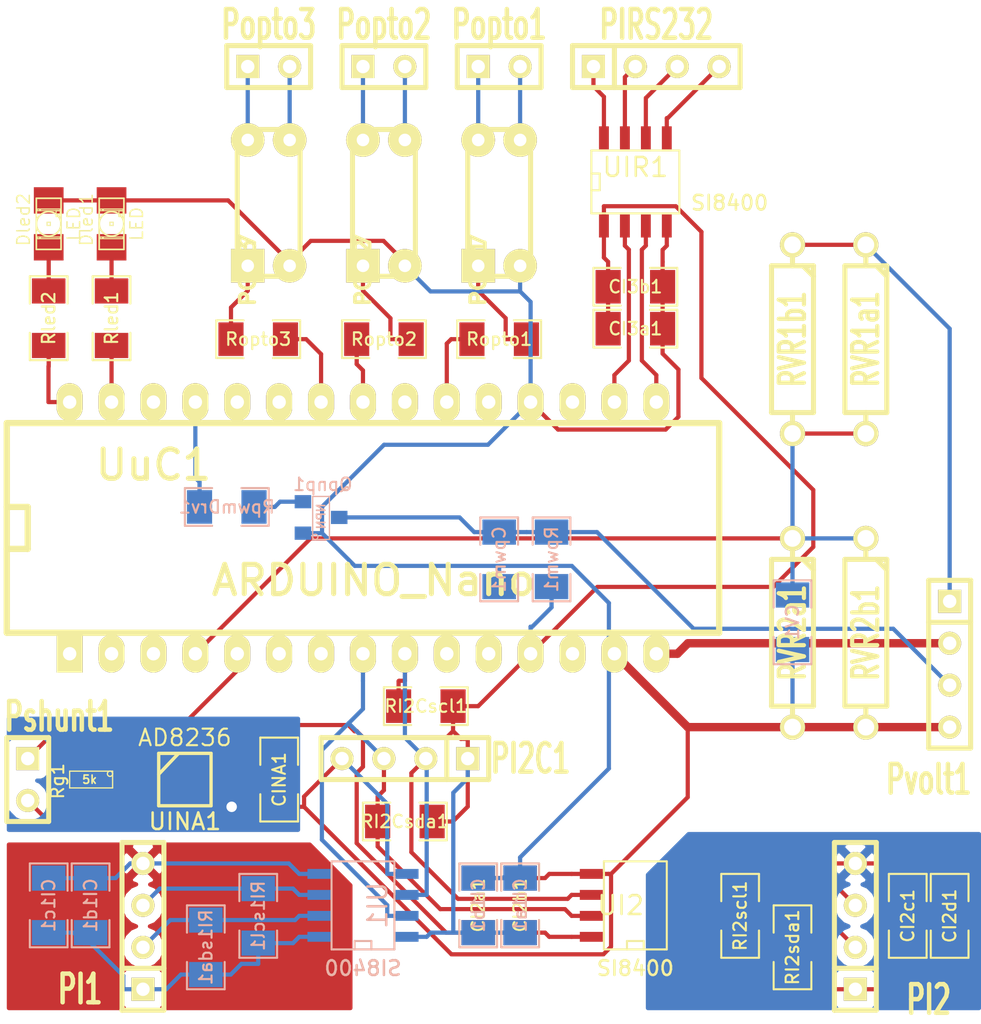
<source format=kicad_pcb>
(kicad_pcb (version 3) (host pcbnew "(22-Jun-2014 BZR 4027)-stable")

  (general
    (links 113)
    (no_connects 0)
    (area 183.847412 105.29269 246.3919 167.12231)
    (thickness 1.6)
    (drawings 0)
    (tracks 335)
    (zones 0)
    (modules 51)
    (nets 46)
  )

  (page A3)
  (layers
    (15 F.Cu signal)
    (0 B.Cu signal)
    (16 B.Adhes user)
    (17 F.Adhes user)
    (18 B.Paste user)
    (19 F.Paste user)
    (20 B.SilkS user)
    (21 F.SilkS user)
    (22 B.Mask user)
    (23 F.Mask user)
    (24 Dwgs.User user)
    (25 Cmts.User user)
    (26 Eco1.User user)
    (27 Eco2.User user)
    (28 Edge.Cuts user)
  )

  (setup
    (last_trace_width 0.254)
    (trace_clearance 0.254)
    (zone_clearance 0.508)
    (zone_45_only no)
    (trace_min 0.254)
    (segment_width 0.2)
    (edge_width 0.1)
    (via_size 0.889)
    (via_drill 0.635)
    (via_min_size 0.889)
    (via_min_drill 0.508)
    (uvia_size 0.508)
    (uvia_drill 0.127)
    (uvias_allowed no)
    (uvia_min_size 0.508)
    (uvia_min_drill 0.127)
    (pcb_text_width 0.3)
    (pcb_text_size 1.5 1.5)
    (mod_edge_width 0.15)
    (mod_text_size 1 1)
    (mod_text_width 0.15)
    (pad_size 1.5 1.5)
    (pad_drill 0.6)
    (pad_to_mask_clearance 0)
    (aux_axis_origin 0 0)
    (visible_elements FFFFFFBF)
    (pcbplotparams
      (layerselection 285179905)
      (usegerberextensions true)
      (excludeedgelayer true)
      (linewidth 0.150000)
      (plotframeref false)
      (viasonmask false)
      (mode 1)
      (useauxorigin false)
      (hpglpennumber 1)
      (hpglpenspeed 20)
      (hpglpendiameter 15)
      (hpglpenoverlay 2)
      (psnegative false)
      (psa4output false)
      (plotreference true)
      (plotvalue true)
      (plotothertext true)
      (plotinvisibletext false)
      (padsonsilk false)
      (subtractmaskfromsilk false)
      (outputformat 1)
      (mirror false)
      (drillshape 0)
      (scaleselection 1)
      (outputdirectory ../pcb/))
  )

  (net 0 "")
  (net 1 5v)
  (net 2 D3)
  (net 3 D5)
  (net 4 D6)
  (net 5 Gnd)
  (net 6 I2C1_GND)
  (net 7 I2C2_GND)
  (net 8 N-000001)
  (net 9 N-0000010)
  (net 10 N-0000012)
  (net 11 N-0000013)
  (net 12 N-0000014)
  (net 13 N-0000015)
  (net 14 N-0000016)
  (net 15 N-0000017)
  (net 16 N-0000018)
  (net 17 N-0000019)
  (net 18 N-000002)
  (net 19 N-0000020)
  (net 20 N-0000021)
  (net 21 N-0000022)
  (net 22 N-0000023)
  (net 23 N-0000025)
  (net 24 N-0000026)
  (net 25 N-0000027)
  (net 26 N-0000028)
  (net 27 N-0000029)
  (net 28 N-0000033)
  (net 29 N-0000034)
  (net 30 N-0000035)
  (net 31 N-0000036)
  (net 32 N-0000037)
  (net 33 N-0000038)
  (net 34 N-0000039)
  (net 35 N-000004)
  (net 36 N-0000040)
  (net 37 N-000005)
  (net 38 N-0000053)
  (net 39 N-0000057)
  (net 40 N-0000058)
  (net 41 N-000006)
  (net 42 N-000007)
  (net 43 N-000008)
  (net 44 N-000009)
  (net 45 RS232_GND)

  (net_class Default "This is the default net class."
    (clearance 0.254)
    (trace_width 0.254)
    (via_dia 0.889)
    (via_drill 0.635)
    (uvia_dia 0.508)
    (uvia_drill 0.127)
    (add_net "")
    (add_net 5v)
    (add_net D3)
    (add_net D5)
    (add_net D6)
    (add_net Gnd)
    (add_net I2C1_GND)
    (add_net I2C2_GND)
    (add_net N-000001)
    (add_net N-0000010)
    (add_net N-0000012)
    (add_net N-0000013)
    (add_net N-0000014)
    (add_net N-0000015)
    (add_net N-0000016)
    (add_net N-0000017)
    (add_net N-0000018)
    (add_net N-0000019)
    (add_net N-000002)
    (add_net N-0000020)
    (add_net N-0000021)
    (add_net N-0000022)
    (add_net N-0000023)
    (add_net N-0000025)
    (add_net N-0000026)
    (add_net N-0000027)
    (add_net N-0000028)
    (add_net N-0000029)
    (add_net N-0000033)
    (add_net N-0000034)
    (add_net N-0000035)
    (add_net N-0000036)
    (add_net N-0000037)
    (add_net N-0000039)
    (add_net N-000004)
    (add_net N-0000040)
    (add_net N-000005)
    (add_net N-0000053)
    (add_net N-0000057)
    (add_net N-0000058)
    (add_net N-000006)
    (add_net N-000007)
    (add_net N-000008)
    (add_net N-000009)
    (add_net RS232_GND)
  )

  (net_class Power ""
    (clearance 0.3675)
    (trace_width 0.508)
    (via_dia 0.889)
    (via_drill 0.635)
    (uvia_dia 0.508)
    (uvia_drill 0.127)
    (add_net N-0000038)
  )

  (module SO8E (layer F.Cu) (tedit 53D83F53) (tstamp 53D841FF)
    (at 223.52 160.02 90)
    (descr "module CMS SOJ 8 pins etroit")
    (tags "CMS SOJ")
    (path /53D22237)
    (attr smd)
    (fp_text reference UI2 (at 0 -0.889 180) (layer F.SilkS)
      (effects (font (size 1.143 1.143) (thickness 0.1524)))
    )
    (fp_text value SI8400 (at -3.81 0 180) (layer F.SilkS)
      (effects (font (size 0.889 0.889) (thickness 0.1524)))
    )
    (fp_line (start -2.667 1.778) (end -2.667 1.905) (layer F.SilkS) (width 0.127))
    (fp_line (start -2.667 1.905) (end 2.667 1.905) (layer F.SilkS) (width 0.127))
    (fp_line (start 2.667 -1.905) (end -2.667 -1.905) (layer F.SilkS) (width 0.127))
    (fp_line (start -2.667 -1.905) (end -2.667 1.778) (layer F.SilkS) (width 0.127))
    (fp_line (start -2.667 -0.508) (end -2.159 -0.508) (layer F.SilkS) (width 0.127))
    (fp_line (start -2.159 -0.508) (end -2.159 0.508) (layer F.SilkS) (width 0.127))
    (fp_line (start -2.159 0.508) (end -2.667 0.508) (layer F.SilkS) (width 0.127))
    (fp_line (start 2.667 -1.905) (end 2.667 1.905) (layer F.SilkS) (width 0.127))
    (pad 8 smd rect (at -1.905 -2.667 90) (size 0.59944 1.39954)
      (layers F.Cu F.Paste F.Mask)
      (net 1 5v)
    )
    (pad 1 smd rect (at -1.905 2.667 90) (size 0.59944 1.39954)
      (layers F.Cu F.Paste F.Mask)
      (net 34 N-0000039)
    )
    (pad 7 smd rect (at -0.635 -2.667 90) (size 0.59944 1.39954)
      (layers F.Cu F.Paste F.Mask)
      (net 38 N-0000053)
    )
    (pad 6 smd rect (at 0.635 -2.667 90) (size 0.59944 1.39954)
      (layers F.Cu F.Paste F.Mask)
      (net 39 N-0000057)
    )
    (pad 5 smd rect (at 1.905 -2.667 90) (size 0.59944 1.39954)
      (layers F.Cu F.Paste F.Mask)
      (net 5 Gnd)
    )
    (pad 2 smd rect (at -0.635 2.667 90) (size 0.59944 1.39954)
      (layers F.Cu F.Paste F.Mask)
      (net 41 N-000006)
    )
    (pad 3 smd rect (at 0.635 2.667 90) (size 0.59944 1.39954)
      (layers F.Cu F.Paste F.Mask)
      (net 10 N-0000012)
    )
    (pad 4 smd rect (at 1.905 2.667 90) (size 0.59944 1.39954)
      (layers F.Cu F.Paste F.Mask)
      (net 7 I2C2_GND)
    )
    (model smd/cms_so8.wrl
      (at (xyz 0 0 0))
      (scale (xyz 0.5 0.32 0.5))
      (rotate (xyz 0 0 0))
    )
  )

  (module SO8E (layer B.Cu) (tedit 53D83F49) (tstamp 53D841EA)
    (at 207.01 160.02 90)
    (descr "module CMS SOJ 8 pins etroit")
    (tags "CMS SOJ")
    (path /53D22246)
    (attr smd)
    (fp_text reference UI1 (at 0 0.889 90) (layer B.SilkS)
      (effects (font (size 1.143 1.143) (thickness 0.1524)) (justify mirror))
    )
    (fp_text value SI8400 (at -3.81 0 180) (layer B.SilkS)
      (effects (font (size 0.889 0.889) (thickness 0.1524)) (justify mirror))
    )
    (fp_line (start -2.667 -1.778) (end -2.667 -1.905) (layer B.SilkS) (width 0.127))
    (fp_line (start -2.667 -1.905) (end 2.667 -1.905) (layer B.SilkS) (width 0.127))
    (fp_line (start 2.667 1.905) (end -2.667 1.905) (layer B.SilkS) (width 0.127))
    (fp_line (start -2.667 1.905) (end -2.667 -1.778) (layer B.SilkS) (width 0.127))
    (fp_line (start -2.667 0.508) (end -2.159 0.508) (layer B.SilkS) (width 0.127))
    (fp_line (start -2.159 0.508) (end -2.159 -0.508) (layer B.SilkS) (width 0.127))
    (fp_line (start -2.159 -0.508) (end -2.667 -0.508) (layer B.SilkS) (width 0.127))
    (fp_line (start 2.667 1.905) (end 2.667 -1.905) (layer B.SilkS) (width 0.127))
    (pad 8 smd rect (at -1.905 2.667 90) (size 0.59944 1.39954)
      (layers B.Cu B.Paste B.Mask)
      (net 1 5v)
    )
    (pad 1 smd rect (at -1.905 -2.667 90) (size 0.59944 1.39954)
      (layers B.Cu B.Paste B.Mask)
      (net 36 N-0000040)
    )
    (pad 7 smd rect (at -0.635 2.667 90) (size 0.59944 1.39954)
      (layers B.Cu B.Paste B.Mask)
      (net 38 N-0000053)
    )
    (pad 6 smd rect (at 0.635 2.667 90) (size 0.59944 1.39954)
      (layers B.Cu B.Paste B.Mask)
      (net 39 N-0000057)
    )
    (pad 5 smd rect (at 1.905 2.667 90) (size 0.59944 1.39954)
      (layers B.Cu B.Paste B.Mask)
      (net 5 Gnd)
    )
    (pad 2 smd rect (at -0.635 -2.667 90) (size 0.59944 1.39954)
      (layers B.Cu B.Paste B.Mask)
      (net 37 N-000005)
    )
    (pad 3 smd rect (at 0.635 -2.667 90) (size 0.59944 1.39954)
      (layers B.Cu B.Paste B.Mask)
      (net 35 N-000004)
    )
    (pad 4 smd rect (at 1.905 -2.667 90) (size 0.59944 1.39954)
      (layers B.Cu B.Paste B.Mask)
      (net 6 I2C1_GND)
    )
    (model smd/cms_so8.wrl
      (at (xyz 0 0 0))
      (scale (xyz 0.5 0.32 0.5))
      (rotate (xyz 0 0 0))
    )
  )

  (module SO8E (layer F.Cu) (tedit 53D83FB2) (tstamp 53D84254)
    (at 223.52 116.205)
    (descr "module CMS SOJ 8 pins etroit")
    (tags "CMS SOJ")
    (path /53D22255)
    (attr smd)
    (fp_text reference UIR1 (at 0 -0.889) (layer F.SilkS)
      (effects (font (size 1.143 1.143) (thickness 0.1524)))
    )
    (fp_text value SI8400 (at 5.715 1.27) (layer F.SilkS)
      (effects (font (size 0.889 0.889) (thickness 0.1524)))
    )
    (fp_line (start -2.667 1.778) (end -2.667 1.905) (layer F.SilkS) (width 0.127))
    (fp_line (start -2.667 1.905) (end 2.667 1.905) (layer F.SilkS) (width 0.127))
    (fp_line (start 2.667 -1.905) (end -2.667 -1.905) (layer F.SilkS) (width 0.127))
    (fp_line (start -2.667 -1.905) (end -2.667 1.778) (layer F.SilkS) (width 0.127))
    (fp_line (start -2.667 -0.508) (end -2.159 -0.508) (layer F.SilkS) (width 0.127))
    (fp_line (start -2.159 -0.508) (end -2.159 0.508) (layer F.SilkS) (width 0.127))
    (fp_line (start -2.159 0.508) (end -2.667 0.508) (layer F.SilkS) (width 0.127))
    (fp_line (start 2.667 -1.905) (end 2.667 1.905) (layer F.SilkS) (width 0.127))
    (pad 8 smd rect (at -1.905 -2.667) (size 0.59944 1.39954)
      (layers F.Cu F.Paste F.Mask)
      (net 9 N-0000010)
    )
    (pad 1 smd rect (at -1.905 2.667) (size 0.59944 1.39954)
      (layers F.Cu F.Paste F.Mask)
      (net 1 5v)
    )
    (pad 7 smd rect (at -0.635 -2.667) (size 0.59944 1.39954)
      (layers F.Cu F.Paste F.Mask)
      (net 44 N-000009)
    )
    (pad 6 smd rect (at 0.635 -2.667) (size 0.59944 1.39954)
      (layers F.Cu F.Paste F.Mask)
      (net 43 N-000008)
    )
    (pad 5 smd rect (at 1.905 -2.667) (size 0.59944 1.39954)
      (layers F.Cu F.Paste F.Mask)
      (net 45 RS232_GND)
    )
    (pad 2 smd rect (at -0.635 2.667) (size 0.59944 1.39954)
      (layers F.Cu F.Paste F.Mask)
      (net 8 N-000001)
    )
    (pad 3 smd rect (at 0.635 2.667) (size 0.59944 1.39954)
      (layers F.Cu F.Paste F.Mask)
      (net 18 N-000002)
    )
    (pad 4 smd rect (at 1.905 2.667) (size 0.59944 1.39954)
      (layers F.Cu F.Paste F.Mask)
      (net 5 Gnd)
    )
    (model smd/cms_so8.wrl
      (at (xyz 0 0 0))
      (scale (xyz 0.5 0.32 0.5))
      (rotate (xyz 0 0 0))
    )
  )

  (module SM1206 (layer F.Cu) (tedit 42806E24) (tstamp 53D70568)
    (at 242.57 160.655 90)
    (path /53D22BAA)
    (attr smd)
    (fp_text reference CI2d1 (at 0 0 90) (layer F.SilkS)
      (effects (font (size 0.762 0.762) (thickness 0.127)))
    )
    (fp_text value 1uF (at 0 0 90) (layer F.SilkS) hide
      (effects (font (size 0.762 0.762) (thickness 0.127)))
    )
    (fp_line (start -2.54 -1.143) (end -2.54 1.143) (layer F.SilkS) (width 0.127))
    (fp_line (start -2.54 1.143) (end -0.889 1.143) (layer F.SilkS) (width 0.127))
    (fp_line (start 0.889 -1.143) (end 2.54 -1.143) (layer F.SilkS) (width 0.127))
    (fp_line (start 2.54 -1.143) (end 2.54 1.143) (layer F.SilkS) (width 0.127))
    (fp_line (start 2.54 1.143) (end 0.889 1.143) (layer F.SilkS) (width 0.127))
    (fp_line (start -0.889 -1.143) (end -2.54 -1.143) (layer F.SilkS) (width 0.127))
    (pad 1 smd rect (at -1.651 0 90) (size 1.524 2.032)
      (layers F.Cu F.Paste F.Mask)
      (net 34 N-0000039)
    )
    (pad 2 smd rect (at 1.651 0 90) (size 1.524 2.032)
      (layers F.Cu F.Paste F.Mask)
      (net 7 I2C2_GND)
    )
    (model smd/chip_cms.wrl
      (at (xyz 0 0 0))
      (scale (xyz 0.17 0.16 0.16))
      (rotate (xyz 0 0 0))
    )
  )

  (module SM1206 (layer F.Cu) (tedit 53D794B2) (tstamp 53D795EF)
    (at 201.93 152.4 270)
    (path /53D2659C)
    (attr smd)
    (fp_text reference CINA1 (at 0 0 270) (layer F.SilkS)
      (effects (font (size 0.762 0.762) (thickness 0.127)))
    )
    (fp_text value 100nF (at 0 0 270) (layer F.SilkS) hide
      (effects (font (size 0.762 0.762) (thickness 0.127)))
    )
    (fp_line (start -2.54 -1.143) (end -2.54 1.143) (layer F.SilkS) (width 0.127))
    (fp_line (start -2.54 1.143) (end -0.889 1.143) (layer F.SilkS) (width 0.127))
    (fp_line (start 0.889 -1.143) (end 2.54 -1.143) (layer F.SilkS) (width 0.127))
    (fp_line (start 2.54 -1.143) (end 2.54 1.143) (layer F.SilkS) (width 0.127))
    (fp_line (start 2.54 1.143) (end 0.889 1.143) (layer F.SilkS) (width 0.127))
    (fp_line (start -0.889 -1.143) (end -2.54 -1.143) (layer F.SilkS) (width 0.127))
    (pad 1 smd rect (at -1.651 0 270) (size 1.524 2.032)
      (layers F.Cu F.Paste F.Mask)
      (net 1 5v)
    )
    (pad 2 smd rect (at 1.651 0 270) (size 1.524 2.032)
      (layers F.Cu F.Paste F.Mask)
      (net 5 Gnd)
    )
    (model smd/chip_cms.wrl
      (at (xyz 0 0 0))
      (scale (xyz 0.17 0.16 0.16))
      (rotate (xyz 0 0 0))
    )
  )

  (module SM1206 (layer F.Cu) (tedit 42806E24) (tstamp 53D70580)
    (at 223.52 122.555 180)
    (path /53D23662)
    (attr smd)
    (fp_text reference CI3b1 (at 0 0 180) (layer F.SilkS)
      (effects (font (size 0.762 0.762) (thickness 0.127)))
    )
    (fp_text value 1uF (at 0 0 180) (layer F.SilkS) hide
      (effects (font (size 0.762 0.762) (thickness 0.127)))
    )
    (fp_line (start -2.54 -1.143) (end -2.54 1.143) (layer F.SilkS) (width 0.127))
    (fp_line (start -2.54 1.143) (end -0.889 1.143) (layer F.SilkS) (width 0.127))
    (fp_line (start 0.889 -1.143) (end 2.54 -1.143) (layer F.SilkS) (width 0.127))
    (fp_line (start 2.54 -1.143) (end 2.54 1.143) (layer F.SilkS) (width 0.127))
    (fp_line (start 2.54 1.143) (end 0.889 1.143) (layer F.SilkS) (width 0.127))
    (fp_line (start -0.889 -1.143) (end -2.54 -1.143) (layer F.SilkS) (width 0.127))
    (pad 1 smd rect (at -1.651 0 180) (size 1.524 2.032)
      (layers F.Cu F.Paste F.Mask)
      (net 5 Gnd)
    )
    (pad 2 smd rect (at 1.651 0 180) (size 1.524 2.032)
      (layers F.Cu F.Paste F.Mask)
      (net 1 5v)
    )
    (model smd/chip_cms.wrl
      (at (xyz 0 0 0))
      (scale (xyz 0.17 0.16 0.16))
      (rotate (xyz 0 0 0))
    )
  )

  (module SM1206 (layer F.Cu) (tedit 42806E24) (tstamp 53D7058C)
    (at 223.52 125.095 180)
    (path /53D2365C)
    (attr smd)
    (fp_text reference CI3a1 (at 0 0 180) (layer F.SilkS)
      (effects (font (size 0.762 0.762) (thickness 0.127)))
    )
    (fp_text value 100nF (at 0 0 180) (layer F.SilkS) hide
      (effects (font (size 0.762 0.762) (thickness 0.127)))
    )
    (fp_line (start -2.54 -1.143) (end -2.54 1.143) (layer F.SilkS) (width 0.127))
    (fp_line (start -2.54 1.143) (end -0.889 1.143) (layer F.SilkS) (width 0.127))
    (fp_line (start 0.889 -1.143) (end 2.54 -1.143) (layer F.SilkS) (width 0.127))
    (fp_line (start 2.54 -1.143) (end 2.54 1.143) (layer F.SilkS) (width 0.127))
    (fp_line (start 2.54 1.143) (end 0.889 1.143) (layer F.SilkS) (width 0.127))
    (fp_line (start -0.889 -1.143) (end -2.54 -1.143) (layer F.SilkS) (width 0.127))
    (pad 1 smd rect (at -1.651 0 180) (size 1.524 2.032)
      (layers F.Cu F.Paste F.Mask)
      (net 5 Gnd)
    )
    (pad 2 smd rect (at 1.651 0 180) (size 1.524 2.032)
      (layers F.Cu F.Paste F.Mask)
      (net 1 5v)
    )
    (model smd/chip_cms.wrl
      (at (xyz 0 0 0))
      (scale (xyz 0.17 0.16 0.16))
      (rotate (xyz 0 0 0))
    )
  )

  (module SM1206 (layer B.Cu) (tedit 42806E24) (tstamp 53D70598)
    (at 190.5 160.02 90)
    (path /53D22BD3)
    (attr smd)
    (fp_text reference CI1d1 (at 0 0 90) (layer B.SilkS)
      (effects (font (size 0.762 0.762) (thickness 0.127)) (justify mirror))
    )
    (fp_text value 1uF (at 0 0 90) (layer B.SilkS) hide
      (effects (font (size 0.762 0.762) (thickness 0.127)) (justify mirror))
    )
    (fp_line (start -2.54 1.143) (end -2.54 -1.143) (layer B.SilkS) (width 0.127))
    (fp_line (start -2.54 -1.143) (end -0.889 -1.143) (layer B.SilkS) (width 0.127))
    (fp_line (start 0.889 1.143) (end 2.54 1.143) (layer B.SilkS) (width 0.127))
    (fp_line (start 2.54 1.143) (end 2.54 -1.143) (layer B.SilkS) (width 0.127))
    (fp_line (start 2.54 -1.143) (end 0.889 -1.143) (layer B.SilkS) (width 0.127))
    (fp_line (start -0.889 1.143) (end -2.54 1.143) (layer B.SilkS) (width 0.127))
    (pad 1 smd rect (at -1.651 0 90) (size 1.524 2.032)
      (layers B.Cu B.Paste B.Mask)
      (net 36 N-0000040)
    )
    (pad 2 smd rect (at 1.651 0 90) (size 1.524 2.032)
      (layers B.Cu B.Paste B.Mask)
      (net 6 I2C1_GND)
    )
    (model smd/chip_cms.wrl
      (at (xyz 0 0 0))
      (scale (xyz 0.17 0.16 0.16))
      (rotate (xyz 0 0 0))
    )
  )

  (module SM1206 (layer B.Cu) (tedit 42806E24) (tstamp 53D705A4)
    (at 187.96 160.02 90)
    (path /53D22BCD)
    (attr smd)
    (fp_text reference CI1c1 (at 0 0 90) (layer B.SilkS)
      (effects (font (size 0.762 0.762) (thickness 0.127)) (justify mirror))
    )
    (fp_text value 100nF (at 0 0 90) (layer B.SilkS) hide
      (effects (font (size 0.762 0.762) (thickness 0.127)) (justify mirror))
    )
    (fp_line (start -2.54 1.143) (end -2.54 -1.143) (layer B.SilkS) (width 0.127))
    (fp_line (start -2.54 -1.143) (end -0.889 -1.143) (layer B.SilkS) (width 0.127))
    (fp_line (start 0.889 1.143) (end 2.54 1.143) (layer B.SilkS) (width 0.127))
    (fp_line (start 2.54 1.143) (end 2.54 -1.143) (layer B.SilkS) (width 0.127))
    (fp_line (start 2.54 -1.143) (end 0.889 -1.143) (layer B.SilkS) (width 0.127))
    (fp_line (start -0.889 1.143) (end -2.54 1.143) (layer B.SilkS) (width 0.127))
    (pad 1 smd rect (at -1.651 0 90) (size 1.524 2.032)
      (layers B.Cu B.Paste B.Mask)
      (net 36 N-0000040)
    )
    (pad 2 smd rect (at 1.651 0 90) (size 1.524 2.032)
      (layers B.Cu B.Paste B.Mask)
      (net 6 I2C1_GND)
    )
    (model smd/chip_cms.wrl
      (at (xyz 0 0 0))
      (scale (xyz 0.17 0.16 0.16))
      (rotate (xyz 0 0 0))
    )
  )

  (module SM1206 (layer F.Cu) (tedit 42806E24) (tstamp 53D705B0)
    (at 240.03 160.655 90)
    (path /53D22BA4)
    (attr smd)
    (fp_text reference CI2c1 (at 0 0 90) (layer F.SilkS)
      (effects (font (size 0.762 0.762) (thickness 0.127)))
    )
    (fp_text value 100nF (at 0 0 90) (layer F.SilkS) hide
      (effects (font (size 0.762 0.762) (thickness 0.127)))
    )
    (fp_line (start -2.54 -1.143) (end -2.54 1.143) (layer F.SilkS) (width 0.127))
    (fp_line (start -2.54 1.143) (end -0.889 1.143) (layer F.SilkS) (width 0.127))
    (fp_line (start 0.889 -1.143) (end 2.54 -1.143) (layer F.SilkS) (width 0.127))
    (fp_line (start 2.54 -1.143) (end 2.54 1.143) (layer F.SilkS) (width 0.127))
    (fp_line (start 2.54 1.143) (end 0.889 1.143) (layer F.SilkS) (width 0.127))
    (fp_line (start -0.889 -1.143) (end -2.54 -1.143) (layer F.SilkS) (width 0.127))
    (pad 1 smd rect (at -1.651 0 90) (size 1.524 2.032)
      (layers F.Cu F.Paste F.Mask)
      (net 34 N-0000039)
    )
    (pad 2 smd rect (at 1.651 0 90) (size 1.524 2.032)
      (layers F.Cu F.Paste F.Mask)
      (net 7 I2C2_GND)
    )
    (model smd/chip_cms.wrl
      (at (xyz 0 0 0))
      (scale (xyz 0.17 0.16 0.16))
      (rotate (xyz 0 0 0))
    )
  )

  (module SM1206 (layer F.Cu) (tedit 42806E24) (tstamp 53D705BC)
    (at 216.535 160.02 90)
    (path /53D22823)
    (attr smd)
    (fp_text reference CI2b1 (at 0 0 90) (layer F.SilkS)
      (effects (font (size 0.762 0.762) (thickness 0.127)))
    )
    (fp_text value 1uF (at 0 0 90) (layer F.SilkS) hide
      (effects (font (size 0.762 0.762) (thickness 0.127)))
    )
    (fp_line (start -2.54 -1.143) (end -2.54 1.143) (layer F.SilkS) (width 0.127))
    (fp_line (start -2.54 1.143) (end -0.889 1.143) (layer F.SilkS) (width 0.127))
    (fp_line (start 0.889 -1.143) (end 2.54 -1.143) (layer F.SilkS) (width 0.127))
    (fp_line (start 2.54 -1.143) (end 2.54 1.143) (layer F.SilkS) (width 0.127))
    (fp_line (start 2.54 1.143) (end 0.889 1.143) (layer F.SilkS) (width 0.127))
    (fp_line (start -0.889 -1.143) (end -2.54 -1.143) (layer F.SilkS) (width 0.127))
    (pad 1 smd rect (at -1.651 0 90) (size 1.524 2.032)
      (layers F.Cu F.Paste F.Mask)
      (net 1 5v)
    )
    (pad 2 smd rect (at 1.651 0 90) (size 1.524 2.032)
      (layers F.Cu F.Paste F.Mask)
      (net 5 Gnd)
    )
    (model smd/chip_cms.wrl
      (at (xyz 0 0 0))
      (scale (xyz 0.17 0.16 0.16))
      (rotate (xyz 0 0 0))
    )
  )

  (module SM1206 (layer F.Cu) (tedit 42806E24) (tstamp 53D705C8)
    (at 213.995 160.02 90)
    (path /53D22814)
    (attr smd)
    (fp_text reference CI2a1 (at 0 0 90) (layer F.SilkS)
      (effects (font (size 0.762 0.762) (thickness 0.127)))
    )
    (fp_text value 100nF (at 0 0 90) (layer F.SilkS) hide
      (effects (font (size 0.762 0.762) (thickness 0.127)))
    )
    (fp_line (start -2.54 -1.143) (end -2.54 1.143) (layer F.SilkS) (width 0.127))
    (fp_line (start -2.54 1.143) (end -0.889 1.143) (layer F.SilkS) (width 0.127))
    (fp_line (start 0.889 -1.143) (end 2.54 -1.143) (layer F.SilkS) (width 0.127))
    (fp_line (start 2.54 -1.143) (end 2.54 1.143) (layer F.SilkS) (width 0.127))
    (fp_line (start 2.54 1.143) (end 0.889 1.143) (layer F.SilkS) (width 0.127))
    (fp_line (start -0.889 -1.143) (end -2.54 -1.143) (layer F.SilkS) (width 0.127))
    (pad 1 smd rect (at -1.651 0 90) (size 1.524 2.032)
      (layers F.Cu F.Paste F.Mask)
      (net 1 5v)
    )
    (pad 2 smd rect (at 1.651 0 90) (size 1.524 2.032)
      (layers F.Cu F.Paste F.Mask)
      (net 5 Gnd)
    )
    (model smd/chip_cms.wrl
      (at (xyz 0 0 0))
      (scale (xyz 0.17 0.16 0.16))
      (rotate (xyz 0 0 0))
    )
  )

  (module SM1206 (layer B.Cu) (tedit 42806E24) (tstamp 53D705D4)
    (at 213.995 160.02 90)
    (path /53D22805)
    (attr smd)
    (fp_text reference CI1b1 (at 0 0 90) (layer B.SilkS)
      (effects (font (size 0.762 0.762) (thickness 0.127)) (justify mirror))
    )
    (fp_text value 1uF (at 0 0 90) (layer B.SilkS) hide
      (effects (font (size 0.762 0.762) (thickness 0.127)) (justify mirror))
    )
    (fp_line (start -2.54 1.143) (end -2.54 -1.143) (layer B.SilkS) (width 0.127))
    (fp_line (start -2.54 -1.143) (end -0.889 -1.143) (layer B.SilkS) (width 0.127))
    (fp_line (start 0.889 1.143) (end 2.54 1.143) (layer B.SilkS) (width 0.127))
    (fp_line (start 2.54 1.143) (end 2.54 -1.143) (layer B.SilkS) (width 0.127))
    (fp_line (start 2.54 -1.143) (end 0.889 -1.143) (layer B.SilkS) (width 0.127))
    (fp_line (start -0.889 1.143) (end -2.54 1.143) (layer B.SilkS) (width 0.127))
    (pad 1 smd rect (at -1.651 0 90) (size 1.524 2.032)
      (layers B.Cu B.Paste B.Mask)
      (net 1 5v)
    )
    (pad 2 smd rect (at 1.651 0 90) (size 1.524 2.032)
      (layers B.Cu B.Paste B.Mask)
      (net 5 Gnd)
    )
    (model smd/chip_cms.wrl
      (at (xyz 0 0 0))
      (scale (xyz 0.17 0.16 0.16))
      (rotate (xyz 0 0 0))
    )
  )

  (module SM1206 (layer B.Cu) (tedit 42806E24) (tstamp 53D705E0)
    (at 216.535 160.02 90)
    (path /53D227F6)
    (attr smd)
    (fp_text reference CI1a1 (at 0 0 90) (layer B.SilkS)
      (effects (font (size 0.762 0.762) (thickness 0.127)) (justify mirror))
    )
    (fp_text value 100nF (at 0 0 90) (layer B.SilkS) hide
      (effects (font (size 0.762 0.762) (thickness 0.127)) (justify mirror))
    )
    (fp_line (start -2.54 1.143) (end -2.54 -1.143) (layer B.SilkS) (width 0.127))
    (fp_line (start -2.54 -1.143) (end -0.889 -1.143) (layer B.SilkS) (width 0.127))
    (fp_line (start 0.889 1.143) (end 2.54 1.143) (layer B.SilkS) (width 0.127))
    (fp_line (start 2.54 1.143) (end 2.54 -1.143) (layer B.SilkS) (width 0.127))
    (fp_line (start 2.54 -1.143) (end 0.889 -1.143) (layer B.SilkS) (width 0.127))
    (fp_line (start -0.889 1.143) (end -2.54 1.143) (layer B.SilkS) (width 0.127))
    (pad 1 smd rect (at -1.651 0 90) (size 1.524 2.032)
      (layers B.Cu B.Paste B.Mask)
      (net 1 5v)
    )
    (pad 2 smd rect (at 1.651 0 90) (size 1.524 2.032)
      (layers B.Cu B.Paste B.Mask)
      (net 5 Gnd)
    )
    (model smd/chip_cms.wrl
      (at (xyz 0 0 0))
      (scale (xyz 0.17 0.16 0.16))
      (rotate (xyz 0 0 0))
    )
  )

  (module arduino_mini (layer F.Cu) (tedit 507C2E55) (tstamp 53D70609)
    (at 208.28 137.16)
    (descr "30 pins DIL package, elliptical pads, width 600mil (arduino mini)")
    (tags "DIL arduino mini")
    (path /53D206F8)
    (fp_text reference UuC1 (at -13.97 -3.81) (layer F.SilkS)
      (effects (font (size 1.778 1.778) (thickness 0.3048)))
    )
    (fp_text value ARDUINO_Nano (at -0.635 3.175) (layer F.SilkS)
      (effects (font (size 1.778 1.778) (thickness 0.3048)))
    )
    (fp_line (start -22.86 -6.35) (end 20.32 -6.35) (layer F.SilkS) (width 0.381))
    (fp_line (start 20.32 -6.35) (end 20.32 6.35) (layer F.SilkS) (width 0.381))
    (fp_line (start 20.32 6.35) (end -22.86 6.35) (layer F.SilkS) (width 0.381))
    (fp_line (start -22.86 6.35) (end -22.86 -6.35) (layer F.SilkS) (width 0.381))
    (fp_line (start -22.86 1.27) (end -21.59 1.27) (layer F.SilkS) (width 0.381))
    (fp_line (start -21.59 1.27) (end -21.59 -1.27) (layer F.SilkS) (width 0.381))
    (fp_line (start -21.59 -1.27) (end -22.86 -1.27) (layer F.SilkS) (width 0.381))
    (pad 1 thru_hole rect (at -19.05 7.62) (size 1.5748 2.286) (drill 0.8128)
      (layers *.Cu *.Mask F.SilkS)
    )
    (pad 2 thru_hole oval (at -16.51 7.62) (size 1.5748 2.286) (drill 0.8128)
      (layers *.Cu *.Mask F.SilkS)
    )
    (pad 3 thru_hole oval (at -13.97 7.62) (size 1.5748 2.286) (drill 0.8128)
      (layers *.Cu *.Mask F.SilkS)
    )
    (pad 4 thru_hole oval (at -11.43 7.62) (size 1.5748 2.286) (drill 0.8128)
      (layers *.Cu *.Mask F.SilkS)
      (net 42 N-000007)
    )
    (pad 5 thru_hole oval (at -8.89 7.62) (size 1.5748 2.286) (drill 0.8128)
      (layers *.Cu *.Mask F.SilkS)
      (net 29 N-0000034)
    )
    (pad 6 thru_hole oval (at -6.35 7.62) (size 1.5748 2.286) (drill 0.8128)
      (layers *.Cu *.Mask F.SilkS)
    )
    (pad 7 thru_hole oval (at -3.81 7.62) (size 1.5748 2.286) (drill 0.8128)
      (layers *.Cu *.Mask F.SilkS)
    )
    (pad 8 thru_hole oval (at -1.27 7.62) (size 1.5748 2.286) (drill 0.8128)
      (layers *.Cu *.Mask F.SilkS)
      (net 38 N-0000053)
    )
    (pad 9 thru_hole oval (at 1.27 7.62) (size 1.5748 2.286) (drill 0.8128)
      (layers *.Cu *.Mask F.SilkS)
      (net 39 N-0000057)
    )
    (pad 10 thru_hole oval (at 3.81 7.62) (size 1.5748 2.286) (drill 0.8128)
      (layers *.Cu *.Mask F.SilkS)
    )
    (pad 11 thru_hole oval (at 6.35 7.62) (size 1.5748 2.286) (drill 0.8128)
      (layers *.Cu *.Mask F.SilkS)
    )
    (pad 12 thru_hole oval (at 8.89 7.62) (size 1.5748 2.286) (drill 0.8128)
      (layers *.Cu *.Mask F.SilkS)
      (net 1 5v)
    )
    (pad 13 thru_hole oval (at 11.43 7.62) (size 1.5748 2.286) (drill 0.8128)
      (layers *.Cu *.Mask F.SilkS)
    )
    (pad 14 thru_hole oval (at 13.97 7.62) (size 1.5748 2.286) (drill 0.8128)
      (layers *.Cu *.Mask F.SilkS)
      (net 5 Gnd)
    )
    (pad 15 thru_hole oval (at 16.51 7.62) (size 1.5748 2.286) (drill 0.8128)
      (layers *.Cu *.Mask F.SilkS)
      (net 33 N-0000038)
    )
    (pad 16 thru_hole oval (at 16.51 -7.62) (size 1.5748 2.286) (drill 0.8128)
      (layers *.Cu *.Mask F.SilkS)
      (net 18 N-000002)
    )
    (pad 17 thru_hole oval (at 13.97 -7.62) (size 1.5748 2.286) (drill 0.8128)
      (layers *.Cu *.Mask F.SilkS)
      (net 8 N-000001)
    )
    (pad 18 thru_hole oval (at 11.43 -7.62) (size 1.5748 2.286) (drill 0.8128)
      (layers *.Cu *.Mask F.SilkS)
    )
    (pad 19 thru_hole oval (at 8.89 -7.62) (size 1.5748 2.286) (drill 0.8128)
      (layers *.Cu *.Mask F.SilkS)
      (net 5 Gnd)
    )
    (pad 20 thru_hole oval (at 6.35 -7.62) (size 1.5748 2.286) (drill 0.8128)
      (layers *.Cu *.Mask F.SilkS)
    )
    (pad 21 thru_hole oval (at 3.81 -7.62) (size 1.5748 2.286) (drill 0.8128)
      (layers *.Cu *.Mask F.SilkS)
      (net 2 D3)
    )
    (pad 22 thru_hole oval (at 1.27 -7.62) (size 1.5748 2.286) (drill 0.8128)
      (layers *.Cu *.Mask F.SilkS)
    )
    (pad 23 thru_hole oval (at -1.27 -7.62) (size 1.5748 2.286) (drill 0.8128)
      (layers *.Cu *.Mask F.SilkS)
      (net 3 D5)
    )
    (pad 24 thru_hole oval (at -3.81 -7.62) (size 1.5748 2.286) (drill 0.8128)
      (layers *.Cu *.Mask F.SilkS)
      (net 4 D6)
    )
    (pad 25 thru_hole oval (at -6.35 -7.62) (size 1.5748 2.286) (drill 0.8128)
      (layers *.Cu *.Mask F.SilkS)
    )
    (pad 26 thru_hole oval (at -8.89 -7.62) (size 1.5748 2.286) (drill 0.8128)
      (layers *.Cu *.Mask F.SilkS)
    )
    (pad 27 thru_hole oval (at -11.43 -7.62) (size 1.5748 2.286) (drill 0.8128)
      (layers *.Cu *.Mask F.SilkS)
      (net 25 N-0000027)
    )
    (pad 28 thru_hole oval (at -13.97 -7.62) (size 1.5748 2.286) (drill 0.8128)
      (layers *.Cu *.Mask F.SilkS)
    )
    (pad 29 thru_hole oval (at -16.51 -7.62) (size 1.5748 2.286) (drill 0.8128)
      (layers *.Cu *.Mask F.SilkS)
      (net 27 N-0000029)
    )
    (pad 30 thru_hole oval (at -19.05 -7.62) (size 1.5748 2.286) (drill 0.8128)
      (layers *.Cu *.Mask F.SilkS)
      (net 26 N-0000028)
    )
    (model arduino_nano.wrl
      (at (xyz -0.978 -0.385 0))
      (scale (xyz 0.3937 0.3937 0.3937))
      (rotate (xyz 0 0 0))
    )
  )

  (module DIP-4 (layer F.Cu) (tedit 200000) (tstamp 53D70615)
    (at 213.995 121.285)
    (path /53D43DA2)
    (fp_text reference OC1 (at 0 -0.254 270) (layer F.SilkS)
      (effects (font (size 0.889 0.889) (thickness 0.3048)))
    )
    (fp_text value PC817 (at 0 0.254 270) (layer F.SilkS)
      (effects (font (size 0.889 0.889) (thickness 0.3048)))
    )
    (fp_line (start -0.635 0.635) (end 3.175 0.635) (layer F.SilkS) (width 0.3048))
    (fp_line (start 3.175 0.635) (end 3.175 -8.255) (layer F.SilkS) (width 0.3048))
    (fp_line (start 3.175 -8.255) (end -0.635 -8.255) (layer F.SilkS) (width 0.3048))
    (fp_line (start -0.635 -8.255) (end -0.635 0.635) (layer F.SilkS) (width 0.3048))
    (pad 1 thru_hole rect (at 0 0) (size 2.032 2.032) (drill 0.762)
      (layers *.Cu *.Mask F.SilkS)
      (net 20 N-0000021)
    )
    (pad 2 thru_hole circle (at 2.54 0) (size 2.032 2.032) (drill 0.762)
      (layers *.Cu *.Mask F.SilkS)
      (net 5 Gnd)
    )
    (pad 3 thru_hole oval (at 2.54 -7.62 180) (size 2.032 2.032) (drill 0.762)
      (layers *.Cu *.Mask F.SilkS)
      (net 17 N-0000019)
    )
    (pad 4 thru_hole oval (at 0 -7.62 180) (size 2.032 2.032) (drill 0.762)
      (layers *.Cu *.Mask F.SilkS)
      (net 11 N-0000013)
    )
  )

  (module DIP-4 (layer F.Cu) (tedit 200000) (tstamp 53D70621)
    (at 207.01 121.285)
    (path /53D6290F)
    (fp_text reference OC2 (at 0 -0.254 270) (layer F.SilkS)
      (effects (font (size 0.889 0.889) (thickness 0.3048)))
    )
    (fp_text value PC817 (at 0 0.254 270) (layer F.SilkS)
      (effects (font (size 0.889 0.889) (thickness 0.3048)))
    )
    (fp_line (start -0.635 0.635) (end 3.175 0.635) (layer F.SilkS) (width 0.3048))
    (fp_line (start 3.175 0.635) (end 3.175 -8.255) (layer F.SilkS) (width 0.3048))
    (fp_line (start 3.175 -8.255) (end -0.635 -8.255) (layer F.SilkS) (width 0.3048))
    (fp_line (start -0.635 -8.255) (end -0.635 0.635) (layer F.SilkS) (width 0.3048))
    (pad 1 thru_hole rect (at 0 0) (size 2.032 2.032) (drill 0.762)
      (layers *.Cu *.Mask F.SilkS)
      (net 16 N-0000018)
    )
    (pad 2 thru_hole circle (at 2.54 0) (size 2.032 2.032) (drill 0.762)
      (layers *.Cu *.Mask F.SilkS)
      (net 5 Gnd)
    )
    (pad 3 thru_hole oval (at 2.54 -7.62 180) (size 2.032 2.032) (drill 0.762)
      (layers *.Cu *.Mask F.SilkS)
      (net 14 N-0000016)
    )
    (pad 4 thru_hole oval (at 0 -7.62 180) (size 2.032 2.032) (drill 0.762)
      (layers *.Cu *.Mask F.SilkS)
      (net 15 N-0000017)
    )
  )

  (module DIP-4 (layer F.Cu) (tedit 200000) (tstamp 53D7062D)
    (at 200.025 121.285)
    (path /53D62928)
    (fp_text reference OC3 (at 0 -0.254 270) (layer F.SilkS)
      (effects (font (size 0.889 0.889) (thickness 0.3048)))
    )
    (fp_text value PC817 (at 0 0.254 270) (layer F.SilkS)
      (effects (font (size 0.889 0.889) (thickness 0.3048)))
    )
    (fp_line (start -0.635 0.635) (end 3.175 0.635) (layer F.SilkS) (width 0.3048))
    (fp_line (start 3.175 0.635) (end 3.175 -8.255) (layer F.SilkS) (width 0.3048))
    (fp_line (start 3.175 -8.255) (end -0.635 -8.255) (layer F.SilkS) (width 0.3048))
    (fp_line (start -0.635 -8.255) (end -0.635 0.635) (layer F.SilkS) (width 0.3048))
    (pad 1 thru_hole rect (at 0 0) (size 2.032 2.032) (drill 0.762)
      (layers *.Cu *.Mask F.SilkS)
      (net 13 N-0000015)
    )
    (pad 2 thru_hole circle (at 2.54 0) (size 2.032 2.032) (drill 0.762)
      (layers *.Cu *.Mask F.SilkS)
      (net 5 Gnd)
    )
    (pad 3 thru_hole oval (at 2.54 -7.62 180) (size 2.032 2.032) (drill 0.762)
      (layers *.Cu *.Mask F.SilkS)
      (net 19 N-0000020)
    )
    (pad 4 thru_hole oval (at 0 -7.62 180) (size 2.032 2.032) (drill 0.762)
      (layers *.Cu *.Mask F.SilkS)
      (net 12 N-0000014)
    )
  )

  (module SOT23 (layer B.Cu) (tedit 5051A6D7) (tstamp 53D73E16)
    (at 204.47 136.525 90)
    (tags SOT23)
    (path /53D61C40)
    (fp_text reference Qpnp1 (at 1.99898 0.09906 360) (layer B.SilkS)
      (effects (font (size 0.762 0.762) (thickness 0.11938)) (justify mirror))
    )
    (fp_text value NPN (at 0.0635 0 90) (layer B.SilkS)
      (effects (font (size 0.50038 0.50038) (thickness 0.09906)) (justify mirror))
    )
    (fp_circle (center -1.17602 -0.35052) (end -1.30048 -0.44958) (layer B.SilkS) (width 0.07874))
    (fp_line (start 1.27 0.508) (end 1.27 -0.508) (layer B.SilkS) (width 0.07874))
    (fp_line (start -1.3335 0.508) (end -1.3335 -0.508) (layer B.SilkS) (width 0.07874))
    (fp_line (start 1.27 -0.508) (end -1.3335 -0.508) (layer B.SilkS) (width 0.07874))
    (fp_line (start -1.3335 0.508) (end 1.27 0.508) (layer B.SilkS) (width 0.07874))
    (pad 3 smd rect (at 0 1.09982 90) (size 0.8001 1.00076)
      (layers B.Cu B.Paste B.Mask)
      (net 21 N-0000022)
    )
    (pad 2 smd rect (at 0.9525 -1.09982 90) (size 0.8001 1.00076)
      (layers B.Cu B.Paste B.Mask)
      (net 22 N-0000023)
    )
    (pad 1 smd rect (at -0.9525 -1.09982 90) (size 0.8001 1.00076)
      (layers B.Cu B.Paste B.Mask)
      (net 5 Gnd)
    )
    (model smd\SOT23_3.wrl
      (at (xyz 0 0 0))
      (scale (xyz 0.4 0.4 0.4))
      (rotate (xyz 0 0 180))
    )
  )

  (module SOT23 (layer F.Cu) (tedit 5051A6D7) (tstamp 53D73E22)
    (at 190.5 152.4 180)
    (tags SOT23)
    (path /53D25EC5)
    (fp_text reference Rg1 (at 1.99898 -0.09906 270) (layer F.SilkS)
      (effects (font (size 0.762 0.762) (thickness 0.11938)))
    )
    (fp_text value 5k (at 0.0635 0 180) (layer F.SilkS)
      (effects (font (size 0.50038 0.50038) (thickness 0.09906)))
    )
    (fp_circle (center -1.17602 0.35052) (end -1.30048 0.44958) (layer F.SilkS) (width 0.07874))
    (fp_line (start 1.27 -0.508) (end 1.27 0.508) (layer F.SilkS) (width 0.07874))
    (fp_line (start -1.3335 -0.508) (end -1.3335 0.508) (layer F.SilkS) (width 0.07874))
    (fp_line (start 1.27 0.508) (end -1.3335 0.508) (layer F.SilkS) (width 0.07874))
    (fp_line (start -1.3335 -0.508) (end 1.27 -0.508) (layer F.SilkS) (width 0.07874))
    (pad 3 smd rect (at 0 -1.09982 180) (size 0.8001 1.00076)
      (layers F.Cu F.Paste F.Mask)
      (net 32 N-0000037)
    )
    (pad 2 smd rect (at 0.9525 1.09982 180) (size 0.8001 1.00076)
      (layers F.Cu F.Paste F.Mask)
      (net 28 N-0000033)
    )
    (pad 1 smd rect (at -0.9525 1.09982 180) (size 0.8001 1.00076)
      (layers F.Cu F.Paste F.Mask)
      (net 28 N-0000033)
    )
    (model smd\SOT23_3.wrl
      (at (xyz 0 0 0))
      (scale (xyz 0.4 0.4 0.4))
      (rotate (xyz 0 0 180))
    )
  )

  (module SM1206 (layer F.Cu) (tedit 42806E24) (tstamp 53D73E2E)
    (at 200.66 125.73 180)
    (path /53D6292E)
    (attr smd)
    (fp_text reference Ropto3 (at 0 0 180) (layer F.SilkS)
      (effects (font (size 0.762 0.762) (thickness 0.127)))
    )
    (fp_text value 1k (at 0 0 180) (layer F.SilkS) hide
      (effects (font (size 0.762 0.762) (thickness 0.127)))
    )
    (fp_line (start -2.54 -1.143) (end -2.54 1.143) (layer F.SilkS) (width 0.127))
    (fp_line (start -2.54 1.143) (end -0.889 1.143) (layer F.SilkS) (width 0.127))
    (fp_line (start 0.889 -1.143) (end 2.54 -1.143) (layer F.SilkS) (width 0.127))
    (fp_line (start 2.54 -1.143) (end 2.54 1.143) (layer F.SilkS) (width 0.127))
    (fp_line (start 2.54 1.143) (end 0.889 1.143) (layer F.SilkS) (width 0.127))
    (fp_line (start -0.889 -1.143) (end -2.54 -1.143) (layer F.SilkS) (width 0.127))
    (pad 1 smd rect (at -1.651 0 180) (size 1.524 2.032)
      (layers F.Cu F.Paste F.Mask)
      (net 4 D6)
    )
    (pad 2 smd rect (at 1.651 0 180) (size 1.524 2.032)
      (layers F.Cu F.Paste F.Mask)
      (net 13 N-0000015)
    )
    (model smd/chip_cms.wrl
      (at (xyz 0 0 0))
      (scale (xyz 0.17 0.16 0.16))
      (rotate (xyz 0 0 0))
    )
  )

  (module SM1206 (layer F.Cu) (tedit 42806E24) (tstamp 53D73E3A)
    (at 208.28 125.73)
    (path /53D62915)
    (attr smd)
    (fp_text reference Ropto2 (at 0 0) (layer F.SilkS)
      (effects (font (size 0.762 0.762) (thickness 0.127)))
    )
    (fp_text value 1k (at 0 0) (layer F.SilkS) hide
      (effects (font (size 0.762 0.762) (thickness 0.127)))
    )
    (fp_line (start -2.54 -1.143) (end -2.54 1.143) (layer F.SilkS) (width 0.127))
    (fp_line (start -2.54 1.143) (end -0.889 1.143) (layer F.SilkS) (width 0.127))
    (fp_line (start 0.889 -1.143) (end 2.54 -1.143) (layer F.SilkS) (width 0.127))
    (fp_line (start 2.54 -1.143) (end 2.54 1.143) (layer F.SilkS) (width 0.127))
    (fp_line (start 2.54 1.143) (end 0.889 1.143) (layer F.SilkS) (width 0.127))
    (fp_line (start -0.889 -1.143) (end -2.54 -1.143) (layer F.SilkS) (width 0.127))
    (pad 1 smd rect (at -1.651 0) (size 1.524 2.032)
      (layers F.Cu F.Paste F.Mask)
      (net 3 D5)
    )
    (pad 2 smd rect (at 1.651 0) (size 1.524 2.032)
      (layers F.Cu F.Paste F.Mask)
      (net 16 N-0000018)
    )
    (model smd/chip_cms.wrl
      (at (xyz 0 0 0))
      (scale (xyz 0.17 0.16 0.16))
      (rotate (xyz 0 0 0))
    )
  )

  (module SM1206 (layer F.Cu) (tedit 42806E24) (tstamp 53D73E46)
    (at 215.265 125.73)
    (path /53D624AD)
    (attr smd)
    (fp_text reference Ropto1 (at 0 0) (layer F.SilkS)
      (effects (font (size 0.762 0.762) (thickness 0.127)))
    )
    (fp_text value 1k (at 0 0) (layer F.SilkS) hide
      (effects (font (size 0.762 0.762) (thickness 0.127)))
    )
    (fp_line (start -2.54 -1.143) (end -2.54 1.143) (layer F.SilkS) (width 0.127))
    (fp_line (start -2.54 1.143) (end -0.889 1.143) (layer F.SilkS) (width 0.127))
    (fp_line (start 0.889 -1.143) (end 2.54 -1.143) (layer F.SilkS) (width 0.127))
    (fp_line (start 2.54 -1.143) (end 2.54 1.143) (layer F.SilkS) (width 0.127))
    (fp_line (start 2.54 1.143) (end 0.889 1.143) (layer F.SilkS) (width 0.127))
    (fp_line (start -0.889 -1.143) (end -2.54 -1.143) (layer F.SilkS) (width 0.127))
    (pad 1 smd rect (at -1.651 0) (size 1.524 2.032)
      (layers F.Cu F.Paste F.Mask)
      (net 2 D3)
    )
    (pad 2 smd rect (at 1.651 0) (size 1.524 2.032)
      (layers F.Cu F.Paste F.Mask)
      (net 20 N-0000021)
    )
    (model smd/chip_cms.wrl
      (at (xyz 0 0 0))
      (scale (xyz 0.17 0.16 0.16))
      (rotate (xyz 0 0 0))
    )
  )

  (module SM1206 (layer B.Cu) (tedit 42806E24) (tstamp 53D73E52)
    (at 198.755 135.89)
    (path /53D43DB1)
    (attr smd)
    (fp_text reference RpwmDrv1 (at 0 0) (layer B.SilkS)
      (effects (font (size 0.762 0.762) (thickness 0.127)) (justify mirror))
    )
    (fp_text value 560 (at 0 0) (layer B.SilkS) hide
      (effects (font (size 0.762 0.762) (thickness 0.127)) (justify mirror))
    )
    (fp_line (start -2.54 1.143) (end -2.54 -1.143) (layer B.SilkS) (width 0.127))
    (fp_line (start -2.54 -1.143) (end -0.889 -1.143) (layer B.SilkS) (width 0.127))
    (fp_line (start 0.889 1.143) (end 2.54 1.143) (layer B.SilkS) (width 0.127))
    (fp_line (start 2.54 1.143) (end 2.54 -1.143) (layer B.SilkS) (width 0.127))
    (fp_line (start 2.54 -1.143) (end 0.889 -1.143) (layer B.SilkS) (width 0.127))
    (fp_line (start -0.889 1.143) (end -2.54 1.143) (layer B.SilkS) (width 0.127))
    (pad 1 smd rect (at -1.651 0) (size 1.524 2.032)
      (layers B.Cu B.Paste B.Mask)
      (net 25 N-0000027)
    )
    (pad 2 smd rect (at 1.651 0) (size 1.524 2.032)
      (layers B.Cu B.Paste B.Mask)
      (net 22 N-0000023)
    )
    (model smd/chip_cms.wrl
      (at (xyz 0 0 0))
      (scale (xyz 0.17 0.16 0.16))
      (rotate (xyz 0 0 0))
    )
  )

  (module SM1206 (layer B.Cu) (tedit 42806E24) (tstamp 53D73E5E)
    (at 233.045 142.875 270)
    (path /53D38BF3)
    (attr smd)
    (fp_text reference CV1 (at 0 0 270) (layer B.SilkS)
      (effects (font (size 0.762 0.762) (thickness 0.127)) (justify mirror))
    )
    (fp_text value 10pF (at 0 0 270) (layer B.SilkS) hide
      (effects (font (size 0.762 0.762) (thickness 0.127)) (justify mirror))
    )
    (fp_line (start -2.54 1.143) (end -2.54 -1.143) (layer B.SilkS) (width 0.127))
    (fp_line (start -2.54 -1.143) (end -0.889 -1.143) (layer B.SilkS) (width 0.127))
    (fp_line (start 0.889 1.143) (end 2.54 1.143) (layer B.SilkS) (width 0.127))
    (fp_line (start 2.54 1.143) (end 2.54 -1.143) (layer B.SilkS) (width 0.127))
    (fp_line (start 2.54 -1.143) (end 0.889 -1.143) (layer B.SilkS) (width 0.127))
    (fp_line (start -0.889 1.143) (end -2.54 1.143) (layer B.SilkS) (width 0.127))
    (pad 1 smd rect (at -1.651 0 270) (size 1.524 2.032)
      (layers B.Cu B.Paste B.Mask)
      (net 42 N-000007)
    )
    (pad 2 smd rect (at 1.651 0 270) (size 1.524 2.032)
      (layers B.Cu B.Paste B.Mask)
      (net 5 Gnd)
    )
    (model smd/chip_cms.wrl
      (at (xyz 0 0 0))
      (scale (xyz 0.17 0.16 0.16))
      (rotate (xyz 0 0 0))
    )
  )

  (module SM1206 (layer F.Cu) (tedit 42806E24) (tstamp 53D73E6A)
    (at 209.55 154.94 180)
    (path /53D22501)
    (attr smd)
    (fp_text reference RI2Csda1 (at 0 0 180) (layer F.SilkS)
      (effects (font (size 0.762 0.762) (thickness 0.127)))
    )
    (fp_text value 1.8k (at 0 0 180) (layer F.SilkS) hide
      (effects (font (size 0.762 0.762) (thickness 0.127)))
    )
    (fp_line (start -2.54 -1.143) (end -2.54 1.143) (layer F.SilkS) (width 0.127))
    (fp_line (start -2.54 1.143) (end -0.889 1.143) (layer F.SilkS) (width 0.127))
    (fp_line (start 0.889 -1.143) (end 2.54 -1.143) (layer F.SilkS) (width 0.127))
    (fp_line (start 2.54 -1.143) (end 2.54 1.143) (layer F.SilkS) (width 0.127))
    (fp_line (start 2.54 1.143) (end 0.889 1.143) (layer F.SilkS) (width 0.127))
    (fp_line (start -0.889 -1.143) (end -2.54 -1.143) (layer F.SilkS) (width 0.127))
    (pad 1 smd rect (at -1.651 0 180) (size 1.524 2.032)
      (layers F.Cu F.Paste F.Mask)
      (net 1 5v)
    )
    (pad 2 smd rect (at 1.651 0 180) (size 1.524 2.032)
      (layers F.Cu F.Paste F.Mask)
      (net 38 N-0000053)
    )
    (model smd/chip_cms.wrl
      (at (xyz 0 0 0))
      (scale (xyz 0.17 0.16 0.16))
      (rotate (xyz 0 0 0))
    )
  )

  (module SM1206 (layer B.Cu) (tedit 42806E24) (tstamp 53D73E76)
    (at 215.265 139.065 270)
    (path /53D24B8F)
    (attr smd)
    (fp_text reference Cpwm1 (at 0 0 270) (layer B.SilkS)
      (effects (font (size 0.762 0.762) (thickness 0.127)) (justify mirror))
    )
    (fp_text value 300nF (at 0 0 270) (layer B.SilkS) hide
      (effects (font (size 0.762 0.762) (thickness 0.127)) (justify mirror))
    )
    (fp_line (start -2.54 1.143) (end -2.54 -1.143) (layer B.SilkS) (width 0.127))
    (fp_line (start -2.54 -1.143) (end -0.889 -1.143) (layer B.SilkS) (width 0.127))
    (fp_line (start 0.889 1.143) (end 2.54 1.143) (layer B.SilkS) (width 0.127))
    (fp_line (start 2.54 1.143) (end 2.54 -1.143) (layer B.SilkS) (width 0.127))
    (fp_line (start 2.54 -1.143) (end 0.889 -1.143) (layer B.SilkS) (width 0.127))
    (fp_line (start -0.889 1.143) (end -2.54 1.143) (layer B.SilkS) (width 0.127))
    (pad 1 smd rect (at -1.651 0 270) (size 1.524 2.032)
      (layers B.Cu B.Paste B.Mask)
      (net 21 N-0000022)
    )
    (pad 2 smd rect (at 1.651 0 270) (size 1.524 2.032)
      (layers B.Cu B.Paste B.Mask)
      (net 5 Gnd)
    )
    (model smd/chip_cms.wrl
      (at (xyz 0 0 0))
      (scale (xyz 0.17 0.16 0.16))
      (rotate (xyz 0 0 0))
    )
  )

  (module SM1206 (layer B.Cu) (tedit 42806E24) (tstamp 53D73E82)
    (at 218.44 139.065 270)
    (path /53D24B80)
    (attr smd)
    (fp_text reference Rpwm1 (at 0 0 270) (layer B.SilkS)
      (effects (font (size 0.762 0.762) (thickness 0.127)) (justify mirror))
    )
    (fp_text value 120 (at 0 0 270) (layer B.SilkS) hide
      (effects (font (size 0.762 0.762) (thickness 0.127)) (justify mirror))
    )
    (fp_line (start -2.54 1.143) (end -2.54 -1.143) (layer B.SilkS) (width 0.127))
    (fp_line (start -2.54 -1.143) (end -0.889 -1.143) (layer B.SilkS) (width 0.127))
    (fp_line (start 0.889 1.143) (end 2.54 1.143) (layer B.SilkS) (width 0.127))
    (fp_line (start 2.54 1.143) (end 2.54 -1.143) (layer B.SilkS) (width 0.127))
    (fp_line (start 2.54 -1.143) (end 0.889 -1.143) (layer B.SilkS) (width 0.127))
    (fp_line (start -0.889 1.143) (end -2.54 1.143) (layer B.SilkS) (width 0.127))
    (pad 1 smd rect (at -1.651 0 270) (size 1.524 2.032)
      (layers B.Cu B.Paste B.Mask)
      (net 21 N-0000022)
    )
    (pad 2 smd rect (at 1.651 0 270) (size 1.524 2.032)
      (layers B.Cu B.Paste B.Mask)
      (net 1 5v)
    )
    (model smd/chip_cms.wrl
      (at (xyz 0 0 0))
      (scale (xyz 0.17 0.16 0.16))
      (rotate (xyz 0 0 0))
    )
  )

  (module SM1206 (layer F.Cu) (tedit 42806E24) (tstamp 53D73E8E)
    (at 191.77 124.46 90)
    (path /53D6FDB3)
    (attr smd)
    (fp_text reference Rled1 (at 0 0 90) (layer F.SilkS)
      (effects (font (size 0.762 0.762) (thickness 0.127)))
    )
    (fp_text value 1k (at 0 0 90) (layer F.SilkS) hide
      (effects (font (size 0.762 0.762) (thickness 0.127)))
    )
    (fp_line (start -2.54 -1.143) (end -2.54 1.143) (layer F.SilkS) (width 0.127))
    (fp_line (start -2.54 1.143) (end -0.889 1.143) (layer F.SilkS) (width 0.127))
    (fp_line (start 0.889 -1.143) (end 2.54 -1.143) (layer F.SilkS) (width 0.127))
    (fp_line (start 2.54 -1.143) (end 2.54 1.143) (layer F.SilkS) (width 0.127))
    (fp_line (start 2.54 1.143) (end 0.889 1.143) (layer F.SilkS) (width 0.127))
    (fp_line (start -0.889 -1.143) (end -2.54 -1.143) (layer F.SilkS) (width 0.127))
    (pad 1 smd rect (at -1.651 0 90) (size 1.524 2.032)
      (layers F.Cu F.Paste F.Mask)
      (net 27 N-0000029)
    )
    (pad 2 smd rect (at 1.651 0 90) (size 1.524 2.032)
      (layers F.Cu F.Paste F.Mask)
      (net 23 N-0000025)
    )
    (model smd/chip_cms.wrl
      (at (xyz 0 0 0))
      (scale (xyz 0.17 0.16 0.16))
      (rotate (xyz 0 0 0))
    )
  )

  (module SM1206 (layer F.Cu) (tedit 42806E24) (tstamp 53D73E9A)
    (at 187.96 124.46 90)
    (path /53D701F6)
    (attr smd)
    (fp_text reference Rled2 (at 0 0 90) (layer F.SilkS)
      (effects (font (size 0.762 0.762) (thickness 0.127)))
    )
    (fp_text value 1K (at 0 0 90) (layer F.SilkS) hide
      (effects (font (size 0.762 0.762) (thickness 0.127)))
    )
    (fp_line (start -2.54 -1.143) (end -2.54 1.143) (layer F.SilkS) (width 0.127))
    (fp_line (start -2.54 1.143) (end -0.889 1.143) (layer F.SilkS) (width 0.127))
    (fp_line (start 0.889 -1.143) (end 2.54 -1.143) (layer F.SilkS) (width 0.127))
    (fp_line (start 2.54 -1.143) (end 2.54 1.143) (layer F.SilkS) (width 0.127))
    (fp_line (start 2.54 1.143) (end 0.889 1.143) (layer F.SilkS) (width 0.127))
    (fp_line (start -0.889 -1.143) (end -2.54 -1.143) (layer F.SilkS) (width 0.127))
    (pad 1 smd rect (at -1.651 0 90) (size 1.524 2.032)
      (layers F.Cu F.Paste F.Mask)
      (net 26 N-0000028)
    )
    (pad 2 smd rect (at 1.651 0 90) (size 1.524 2.032)
      (layers F.Cu F.Paste F.Mask)
      (net 24 N-0000026)
    )
    (model smd/chip_cms.wrl
      (at (xyz 0 0 0))
      (scale (xyz 0.17 0.16 0.16))
      (rotate (xyz 0 0 0))
    )
  )

  (module SM1206 (layer F.Cu) (tedit 42806E24) (tstamp 53D73EA6)
    (at 229.87 160.655 90)
    (path /53D22580)
    (attr smd)
    (fp_text reference RI2scl1 (at 0 0 90) (layer F.SilkS)
      (effects (font (size 0.762 0.762) (thickness 0.127)))
    )
    (fp_text value 5k (at 0 0 90) (layer F.SilkS) hide
      (effects (font (size 0.762 0.762) (thickness 0.127)))
    )
    (fp_line (start -2.54 -1.143) (end -2.54 1.143) (layer F.SilkS) (width 0.127))
    (fp_line (start -2.54 1.143) (end -0.889 1.143) (layer F.SilkS) (width 0.127))
    (fp_line (start 0.889 -1.143) (end 2.54 -1.143) (layer F.SilkS) (width 0.127))
    (fp_line (start 2.54 -1.143) (end 2.54 1.143) (layer F.SilkS) (width 0.127))
    (fp_line (start 2.54 1.143) (end 0.889 1.143) (layer F.SilkS) (width 0.127))
    (fp_line (start -0.889 -1.143) (end -2.54 -1.143) (layer F.SilkS) (width 0.127))
    (pad 1 smd rect (at -1.651 0 90) (size 1.524 2.032)
      (layers F.Cu F.Paste F.Mask)
      (net 34 N-0000039)
    )
    (pad 2 smd rect (at 1.651 0 90) (size 1.524 2.032)
      (layers F.Cu F.Paste F.Mask)
      (net 10 N-0000012)
    )
    (model smd/chip_cms.wrl
      (at (xyz 0 0 0))
      (scale (xyz 0.17 0.16 0.16))
      (rotate (xyz 0 0 0))
    )
  )

  (module SM1206 (layer F.Cu) (tedit 42806E24) (tstamp 53D73EB2)
    (at 233.045 162.56 90)
    (path /53D22571)
    (attr smd)
    (fp_text reference RI2sda1 (at 0 0 90) (layer F.SilkS)
      (effects (font (size 0.762 0.762) (thickness 0.127)))
    )
    (fp_text value 5k (at 0 0 90) (layer F.SilkS) hide
      (effects (font (size 0.762 0.762) (thickness 0.127)))
    )
    (fp_line (start -2.54 -1.143) (end -2.54 1.143) (layer F.SilkS) (width 0.127))
    (fp_line (start -2.54 1.143) (end -0.889 1.143) (layer F.SilkS) (width 0.127))
    (fp_line (start 0.889 -1.143) (end 2.54 -1.143) (layer F.SilkS) (width 0.127))
    (fp_line (start 2.54 -1.143) (end 2.54 1.143) (layer F.SilkS) (width 0.127))
    (fp_line (start 2.54 1.143) (end 0.889 1.143) (layer F.SilkS) (width 0.127))
    (fp_line (start -0.889 -1.143) (end -2.54 -1.143) (layer F.SilkS) (width 0.127))
    (pad 1 smd rect (at -1.651 0 90) (size 1.524 2.032)
      (layers F.Cu F.Paste F.Mask)
      (net 34 N-0000039)
    )
    (pad 2 smd rect (at 1.651 0 90) (size 1.524 2.032)
      (layers F.Cu F.Paste F.Mask)
      (net 41 N-000006)
    )
    (model smd/chip_cms.wrl
      (at (xyz 0 0 0))
      (scale (xyz 0.17 0.16 0.16))
      (rotate (xyz 0 0 0))
    )
  )

  (module SM1206 (layer B.Cu) (tedit 42806E24) (tstamp 53D73EBE)
    (at 200.66 160.655 90)
    (path /53D2255C)
    (attr smd)
    (fp_text reference RI1scl1 (at 0 0 90) (layer B.SilkS)
      (effects (font (size 0.762 0.762) (thickness 0.127)) (justify mirror))
    )
    (fp_text value 5k (at 0 0 90) (layer B.SilkS) hide
      (effects (font (size 0.762 0.762) (thickness 0.127)) (justify mirror))
    )
    (fp_line (start -2.54 1.143) (end -2.54 -1.143) (layer B.SilkS) (width 0.127))
    (fp_line (start -2.54 -1.143) (end -0.889 -1.143) (layer B.SilkS) (width 0.127))
    (fp_line (start 0.889 1.143) (end 2.54 1.143) (layer B.SilkS) (width 0.127))
    (fp_line (start 2.54 1.143) (end 2.54 -1.143) (layer B.SilkS) (width 0.127))
    (fp_line (start 2.54 -1.143) (end 0.889 -1.143) (layer B.SilkS) (width 0.127))
    (fp_line (start -0.889 1.143) (end -2.54 1.143) (layer B.SilkS) (width 0.127))
    (pad 1 smd rect (at -1.651 0 90) (size 1.524 2.032)
      (layers B.Cu B.Paste B.Mask)
      (net 36 N-0000040)
    )
    (pad 2 smd rect (at 1.651 0 90) (size 1.524 2.032)
      (layers B.Cu B.Paste B.Mask)
      (net 35 N-000004)
    )
    (model smd/chip_cms.wrl
      (at (xyz 0 0 0))
      (scale (xyz 0.17 0.16 0.16))
      (rotate (xyz 0 0 0))
    )
  )

  (module SM1206 (layer B.Cu) (tedit 42806E24) (tstamp 53D73ECA)
    (at 197.485 162.56 90)
    (path /53D2254D)
    (attr smd)
    (fp_text reference RI1sda1 (at 0 0 90) (layer B.SilkS)
      (effects (font (size 0.762 0.762) (thickness 0.127)) (justify mirror))
    )
    (fp_text value 5k (at 0 0 90) (layer B.SilkS) hide
      (effects (font (size 0.762 0.762) (thickness 0.127)) (justify mirror))
    )
    (fp_line (start -2.54 1.143) (end -2.54 -1.143) (layer B.SilkS) (width 0.127))
    (fp_line (start -2.54 -1.143) (end -0.889 -1.143) (layer B.SilkS) (width 0.127))
    (fp_line (start 0.889 1.143) (end 2.54 1.143) (layer B.SilkS) (width 0.127))
    (fp_line (start 2.54 1.143) (end 2.54 -1.143) (layer B.SilkS) (width 0.127))
    (fp_line (start 2.54 -1.143) (end 0.889 -1.143) (layer B.SilkS) (width 0.127))
    (fp_line (start -0.889 1.143) (end -2.54 1.143) (layer B.SilkS) (width 0.127))
    (pad 1 smd rect (at -1.651 0 90) (size 1.524 2.032)
      (layers B.Cu B.Paste B.Mask)
      (net 36 N-0000040)
    )
    (pad 2 smd rect (at 1.651 0 90) (size 1.524 2.032)
      (layers B.Cu B.Paste B.Mask)
      (net 37 N-000005)
    )
    (model smd/chip_cms.wrl
      (at (xyz 0 0 0))
      (scale (xyz 0.17 0.16 0.16))
      (rotate (xyz 0 0 0))
    )
  )

  (module SM1206 (layer F.Cu) (tedit 42806E24) (tstamp 53D73ED6)
    (at 210.82 147.955 180)
    (path /53D22537)
    (attr smd)
    (fp_text reference RI2Cscl1 (at 0 0 180) (layer F.SilkS)
      (effects (font (size 0.762 0.762) (thickness 0.127)))
    )
    (fp_text value 1.8k (at 0 0 180) (layer F.SilkS) hide
      (effects (font (size 0.762 0.762) (thickness 0.127)))
    )
    (fp_line (start -2.54 -1.143) (end -2.54 1.143) (layer F.SilkS) (width 0.127))
    (fp_line (start -2.54 1.143) (end -0.889 1.143) (layer F.SilkS) (width 0.127))
    (fp_line (start 0.889 -1.143) (end 2.54 -1.143) (layer F.SilkS) (width 0.127))
    (fp_line (start 2.54 -1.143) (end 2.54 1.143) (layer F.SilkS) (width 0.127))
    (fp_line (start 2.54 1.143) (end 0.889 1.143) (layer F.SilkS) (width 0.127))
    (fp_line (start -0.889 -1.143) (end -2.54 -1.143) (layer F.SilkS) (width 0.127))
    (pad 1 smd rect (at -1.651 0 180) (size 1.524 2.032)
      (layers F.Cu F.Paste F.Mask)
      (net 1 5v)
    )
    (pad 2 smd rect (at 1.651 0 180) (size 1.524 2.032)
      (layers F.Cu F.Paste F.Mask)
      (net 39 N-0000057)
    )
    (model smd/chip_cms.wrl
      (at (xyz 0 0 0))
      (scale (xyz 0.17 0.16 0.16))
      (rotate (xyz 0 0 0))
    )
  )

  (module SIL-4 (layer F.Cu) (tedit 200000) (tstamp 53D73EE5)
    (at 224.79 109.22)
    (descr "Connecteur 4 pibs")
    (tags "CONN DEV")
    (path /53D2498F)
    (fp_text reference PIRS232 (at 0 -2.54) (layer F.SilkS)
      (effects (font (size 1.73482 1.08712) (thickness 0.3048)))
    )
    (fp_text value RS232 (at 0 -2.54) (layer F.SilkS) hide
      (effects (font (size 1.524 1.016) (thickness 0.3048)))
    )
    (fp_line (start -5.08 -1.27) (end -5.08 -1.27) (layer F.SilkS) (width 0.3048))
    (fp_line (start -5.08 1.27) (end -5.08 -1.27) (layer F.SilkS) (width 0.3048))
    (fp_line (start -5.08 -1.27) (end -5.08 -1.27) (layer F.SilkS) (width 0.3048))
    (fp_line (start -5.08 -1.27) (end 5.08 -1.27) (layer F.SilkS) (width 0.3048))
    (fp_line (start 5.08 -1.27) (end 5.08 1.27) (layer F.SilkS) (width 0.3048))
    (fp_line (start 5.08 1.27) (end -5.08 1.27) (layer F.SilkS) (width 0.3048))
    (fp_line (start -2.54 1.27) (end -2.54 -1.27) (layer F.SilkS) (width 0.3048))
    (pad 1 thru_hole rect (at -3.81 0) (size 1.397 1.397) (drill 0.8128)
      (layers *.Cu *.Mask F.SilkS)
      (net 9 N-0000010)
    )
    (pad 2 thru_hole circle (at -1.27 0) (size 1.397 1.397) (drill 0.8128)
      (layers *.Cu *.Mask F.SilkS)
      (net 44 N-000009)
    )
    (pad 3 thru_hole circle (at 1.27 0) (size 1.397 1.397) (drill 0.8128)
      (layers *.Cu *.Mask F.SilkS)
      (net 43 N-000008)
    )
    (pad 4 thru_hole circle (at 3.81 0) (size 1.397 1.397) (drill 0.8128)
      (layers *.Cu *.Mask F.SilkS)
      (net 45 RS232_GND)
    )
  )

  (module SIL-4 (layer F.Cu) (tedit 53D83F67) (tstamp 53D8421F)
    (at 242.57 145.415 270)
    (descr "Connecteur 4 pibs")
    (tags "CONN DEV")
    (path /53D258C0)
    (fp_text reference Pvolt1 (at 6.985 1.27 360) (layer F.SilkS)
      (effects (font (size 1.73482 1.08712) (thickness 0.3048)))
    )
    (fp_text value "Gnd PWM 12V B+" (at 0 -2.54 270) (layer F.SilkS) hide
      (effects (font (size 1.524 1.016) (thickness 0.3048)))
    )
    (fp_line (start -5.08 -1.27) (end -5.08 -1.27) (layer F.SilkS) (width 0.3048))
    (fp_line (start -5.08 1.27) (end -5.08 -1.27) (layer F.SilkS) (width 0.3048))
    (fp_line (start -5.08 -1.27) (end -5.08 -1.27) (layer F.SilkS) (width 0.3048))
    (fp_line (start -5.08 -1.27) (end 5.08 -1.27) (layer F.SilkS) (width 0.3048))
    (fp_line (start 5.08 -1.27) (end 5.08 1.27) (layer F.SilkS) (width 0.3048))
    (fp_line (start 5.08 1.27) (end -5.08 1.27) (layer F.SilkS) (width 0.3048))
    (fp_line (start -2.54 1.27) (end -2.54 -1.27) (layer F.SilkS) (width 0.3048))
    (pad 1 thru_hole rect (at -3.81 0 270) (size 1.397 1.397) (drill 0.8128)
      (layers *.Cu *.Mask F.SilkS)
      (net 40 N-0000058)
    )
    (pad 2 thru_hole circle (at -1.27 0 270) (size 1.397 1.397) (drill 0.8128)
      (layers *.Cu *.Mask F.SilkS)
      (net 33 N-0000038)
    )
    (pad 3 thru_hole circle (at 1.27 0 270) (size 1.397 1.397) (drill 0.8128)
      (layers *.Cu *.Mask F.SilkS)
      (net 21 N-0000022)
    )
    (pad 4 thru_hole circle (at 3.81 0 270) (size 1.397 1.397) (drill 0.8128)
      (layers *.Cu *.Mask F.SilkS)
      (net 5 Gnd)
    )
  )

  (module SIL-4 (layer F.Cu) (tedit 53D83F97) (tstamp 53D8423F)
    (at 193.675 161.29 90)
    (descr "Connecteur 4 pibs")
    (tags "CONN DEV")
    (path /53D22A94)
    (fp_text reference PI1 (at -3.81 -3.81 180) (layer F.SilkS)
      (effects (font (size 1.73482 1.08712) (thickness 0.3048)))
    )
    (fp_text value I2C (at 0 -2.54 90) (layer F.SilkS) hide
      (effects (font (size 1.524 1.016) (thickness 0.3048)))
    )
    (fp_line (start -5.08 -1.27) (end -5.08 -1.27) (layer F.SilkS) (width 0.3048))
    (fp_line (start -5.08 1.27) (end -5.08 -1.27) (layer F.SilkS) (width 0.3048))
    (fp_line (start -5.08 -1.27) (end -5.08 -1.27) (layer F.SilkS) (width 0.3048))
    (fp_line (start -5.08 -1.27) (end 5.08 -1.27) (layer F.SilkS) (width 0.3048))
    (fp_line (start 5.08 -1.27) (end 5.08 1.27) (layer F.SilkS) (width 0.3048))
    (fp_line (start 5.08 1.27) (end -5.08 1.27) (layer F.SilkS) (width 0.3048))
    (fp_line (start -2.54 1.27) (end -2.54 -1.27) (layer F.SilkS) (width 0.3048))
    (pad 1 thru_hole rect (at -3.81 0 90) (size 1.397 1.397) (drill 0.8128)
      (layers *.Cu *.Mask F.SilkS)
      (net 36 N-0000040)
    )
    (pad 2 thru_hole circle (at -1.27 0 90) (size 1.397 1.397) (drill 0.8128)
      (layers *.Cu *.Mask F.SilkS)
      (net 37 N-000005)
    )
    (pad 3 thru_hole circle (at 1.27 0 90) (size 1.397 1.397) (drill 0.8128)
      (layers *.Cu *.Mask F.SilkS)
      (net 35 N-000004)
    )
    (pad 4 thru_hole circle (at 3.81 0 90) (size 1.397 1.397) (drill 0.8128)
      (layers *.Cu *.Mask F.SilkS)
      (net 6 I2C1_GND)
    )
  )

  (module SIL-4 (layer F.Cu) (tedit 53D83F88) (tstamp 53D8422F)
    (at 236.855 161.29 90)
    (descr "Connecteur 4 pibs")
    (tags "CONN DEV")
    (path /53D229CF)
    (fp_text reference PI2 (at -4.445 4.445 180) (layer F.SilkS)
      (effects (font (size 1.73482 1.08712) (thickness 0.3048)))
    )
    (fp_text value I2C (at 0 -2.54 90) (layer F.SilkS) hide
      (effects (font (size 1.524 1.016) (thickness 0.3048)))
    )
    (fp_line (start -5.08 -1.27) (end -5.08 -1.27) (layer F.SilkS) (width 0.3048))
    (fp_line (start -5.08 1.27) (end -5.08 -1.27) (layer F.SilkS) (width 0.3048))
    (fp_line (start -5.08 -1.27) (end -5.08 -1.27) (layer F.SilkS) (width 0.3048))
    (fp_line (start -5.08 -1.27) (end 5.08 -1.27) (layer F.SilkS) (width 0.3048))
    (fp_line (start 5.08 -1.27) (end 5.08 1.27) (layer F.SilkS) (width 0.3048))
    (fp_line (start 5.08 1.27) (end -5.08 1.27) (layer F.SilkS) (width 0.3048))
    (fp_line (start -2.54 1.27) (end -2.54 -1.27) (layer F.SilkS) (width 0.3048))
    (pad 1 thru_hole rect (at -3.81 0 90) (size 1.397 1.397) (drill 0.8128)
      (layers *.Cu *.Mask F.SilkS)
      (net 34 N-0000039)
    )
    (pad 2 thru_hole circle (at -1.27 0 90) (size 1.397 1.397) (drill 0.8128)
      (layers *.Cu *.Mask F.SilkS)
      (net 41 N-000006)
    )
    (pad 3 thru_hole circle (at 1.27 0 90) (size 1.397 1.397) (drill 0.8128)
      (layers *.Cu *.Mask F.SilkS)
      (net 10 N-0000012)
    )
    (pad 4 thru_hole circle (at 3.81 0 90) (size 1.397 1.397) (drill 0.8128)
      (layers *.Cu *.Mask F.SilkS)
      (net 7 I2C2_GND)
    )
  )

  (module SIL-4 (layer F.Cu) (tedit 53D83F5E) (tstamp 53D8420F)
    (at 209.55 151.13 180)
    (descr "Connecteur 4 pibs")
    (tags "CONN DEV")
    (path /53D44BAB)
    (fp_text reference PI2C1 (at -7.62 0 180) (layer F.SilkS)
      (effects (font (size 1.73482 1.08712) (thickness 0.3048)))
    )
    (fp_text value I2C (at 0 -2.54 180) (layer F.SilkS) hide
      (effects (font (size 1.524 1.016) (thickness 0.3048)))
    )
    (fp_line (start -5.08 -1.27) (end -5.08 -1.27) (layer F.SilkS) (width 0.3048))
    (fp_line (start -5.08 1.27) (end -5.08 -1.27) (layer F.SilkS) (width 0.3048))
    (fp_line (start -5.08 -1.27) (end -5.08 -1.27) (layer F.SilkS) (width 0.3048))
    (fp_line (start -5.08 -1.27) (end 5.08 -1.27) (layer F.SilkS) (width 0.3048))
    (fp_line (start 5.08 -1.27) (end 5.08 1.27) (layer F.SilkS) (width 0.3048))
    (fp_line (start 5.08 1.27) (end -5.08 1.27) (layer F.SilkS) (width 0.3048))
    (fp_line (start -2.54 1.27) (end -2.54 -1.27) (layer F.SilkS) (width 0.3048))
    (pad 1 thru_hole rect (at -3.81 0 180) (size 1.397 1.397) (drill 0.8128)
      (layers *.Cu *.Mask F.SilkS)
      (net 1 5v)
    )
    (pad 2 thru_hole circle (at -1.27 0 180) (size 1.397 1.397) (drill 0.8128)
      (layers *.Cu *.Mask F.SilkS)
      (net 39 N-0000057)
    )
    (pad 3 thru_hole circle (at 1.27 0 180) (size 1.397 1.397) (drill 0.8128)
      (layers *.Cu *.Mask F.SilkS)
      (net 38 N-0000053)
    )
    (pad 4 thru_hole circle (at 3.81 0 180) (size 1.397 1.397) (drill 0.8128)
      (layers *.Cu *.Mask F.SilkS)
      (net 5 Gnd)
    )
  )

  (module SIL-2 (layer F.Cu) (tedit 200000) (tstamp 53D73F2B)
    (at 201.295 109.22)
    (descr "Connecteurs 2 pins")
    (tags "CONN DEV")
    (path /53D62939)
    (fp_text reference Popto3 (at 0 -2.54) (layer F.SilkS)
      (effects (font (size 1.72974 1.08712) (thickness 0.3048)))
    )
    (fp_text value opto (at 0 -2.54) (layer F.SilkS) hide
      (effects (font (size 1.524 1.016) (thickness 0.3048)))
    )
    (fp_line (start -2.54 1.27) (end -2.54 -1.27) (layer F.SilkS) (width 0.3048))
    (fp_line (start -2.54 -1.27) (end 2.54 -1.27) (layer F.SilkS) (width 0.3048))
    (fp_line (start 2.54 -1.27) (end 2.54 1.27) (layer F.SilkS) (width 0.3048))
    (fp_line (start 2.54 1.27) (end -2.54 1.27) (layer F.SilkS) (width 0.3048))
    (pad 1 thru_hole rect (at -1.27 0) (size 1.397 1.397) (drill 0.8128)
      (layers *.Cu *.Mask F.SilkS)
      (net 12 N-0000014)
    )
    (pad 2 thru_hole circle (at 1.27 0) (size 1.397 1.397) (drill 0.8128)
      (layers *.Cu *.Mask F.SilkS)
      (net 19 N-0000020)
    )
  )

  (module SIL-2 (layer F.Cu) (tedit 53D83F27) (tstamp 53D841C3)
    (at 186.69 152.4 270)
    (descr "Connecteurs 2 pins")
    (tags "CONN DEV")
    (path /53D25DA9)
    (fp_text reference Pshunt1 (at -3.81 -1.905 360) (layer F.SilkS)
      (effects (font (size 1.72974 1.08712) (thickness 0.3048)))
    )
    (fp_text value differential (at 0 -2.54 270) (layer F.SilkS) hide
      (effects (font (size 1.524 1.016) (thickness 0.3048)))
    )
    (fp_line (start -2.54 1.27) (end -2.54 -1.27) (layer F.SilkS) (width 0.3048))
    (fp_line (start -2.54 -1.27) (end 2.54 -1.27) (layer F.SilkS) (width 0.3048))
    (fp_line (start 2.54 -1.27) (end 2.54 1.27) (layer F.SilkS) (width 0.3048))
    (fp_line (start 2.54 1.27) (end -2.54 1.27) (layer F.SilkS) (width 0.3048))
    (pad 1 thru_hole rect (at -1.27 0 270) (size 1.397 1.397) (drill 0.8128)
      (layers *.Cu *.Mask F.SilkS)
      (net 31 N-0000036)
    )
    (pad 2 thru_hole circle (at 1.27 0 270) (size 1.397 1.397) (drill 0.8128)
      (layers *.Cu *.Mask F.SilkS)
      (net 30 N-0000035)
    )
  )

  (module SIL-2 (layer F.Cu) (tedit 200000) (tstamp 53D73F3F)
    (at 208.28 109.22)
    (descr "Connecteurs 2 pins")
    (tags "CONN DEV")
    (path /53D62920)
    (fp_text reference Popto2 (at 0 -2.54) (layer F.SilkS)
      (effects (font (size 1.72974 1.08712) (thickness 0.3048)))
    )
    (fp_text value opto (at 0 -2.54) (layer F.SilkS) hide
      (effects (font (size 1.524 1.016) (thickness 0.3048)))
    )
    (fp_line (start -2.54 1.27) (end -2.54 -1.27) (layer F.SilkS) (width 0.3048))
    (fp_line (start -2.54 -1.27) (end 2.54 -1.27) (layer F.SilkS) (width 0.3048))
    (fp_line (start 2.54 -1.27) (end 2.54 1.27) (layer F.SilkS) (width 0.3048))
    (fp_line (start 2.54 1.27) (end -2.54 1.27) (layer F.SilkS) (width 0.3048))
    (pad 1 thru_hole rect (at -1.27 0) (size 1.397 1.397) (drill 0.8128)
      (layers *.Cu *.Mask F.SilkS)
      (net 15 N-0000017)
    )
    (pad 2 thru_hole circle (at 1.27 0) (size 1.397 1.397) (drill 0.8128)
      (layers *.Cu *.Mask F.SilkS)
      (net 14 N-0000016)
    )
  )

  (module SIL-2 (layer F.Cu) (tedit 200000) (tstamp 53D73F49)
    (at 215.265 109.22)
    (descr "Connecteurs 2 pins")
    (tags "CONN DEV")
    (path /53D62799)
    (fp_text reference Popto1 (at 0 -2.54) (layer F.SilkS)
      (effects (font (size 1.72974 1.08712) (thickness 0.3048)))
    )
    (fp_text value opto (at 0 -2.54) (layer F.SilkS) hide
      (effects (font (size 1.524 1.016) (thickness 0.3048)))
    )
    (fp_line (start -2.54 1.27) (end -2.54 -1.27) (layer F.SilkS) (width 0.3048))
    (fp_line (start -2.54 -1.27) (end 2.54 -1.27) (layer F.SilkS) (width 0.3048))
    (fp_line (start 2.54 -1.27) (end 2.54 1.27) (layer F.SilkS) (width 0.3048))
    (fp_line (start 2.54 1.27) (end -2.54 1.27) (layer F.SilkS) (width 0.3048))
    (pad 1 thru_hole rect (at -1.27 0) (size 1.397 1.397) (drill 0.8128)
      (layers *.Cu *.Mask F.SilkS)
      (net 11 N-0000013)
    )
    (pad 2 thru_hole circle (at 1.27 0) (size 1.397 1.397) (drill 0.8128)
      (layers *.Cu *.Mask F.SilkS)
      (net 17 N-0000019)
    )
  )

  (module R4-5 (layer F.Cu) (tedit 416E8E97) (tstamp 53D73F56)
    (at 237.49 143.51 270)
    (path /53D24B71)
    (fp_text reference RVR2b1 (at 0 0 270) (layer F.SilkS)
      (effects (font (size 1.524 1.016) (thickness 0.3048)))
    )
    (fp_text value 1k (at 0 0 270) (layer F.SilkS) hide
      (effects (font (size 1.524 1.016) (thickness 0.3048)))
    )
    (fp_line (start -4.445 -1.27) (end -4.445 1.27) (layer F.SilkS) (width 0.3048))
    (fp_line (start -4.445 1.27) (end 4.445 1.27) (layer F.SilkS) (width 0.3048))
    (fp_line (start 4.445 1.27) (end 4.445 -1.27) (layer F.SilkS) (width 0.3048))
    (fp_line (start 4.445 -1.27) (end -4.445 -1.27) (layer F.SilkS) (width 0.3048))
    (fp_line (start -4.445 -0.635) (end -3.81 -1.27) (layer F.SilkS) (width 0.3048))
    (fp_line (start -4.445 0) (end -5.715 0) (layer F.SilkS) (width 0.3048))
    (fp_line (start 4.445 0) (end 5.715 0) (layer F.SilkS) (width 0.3048))
    (pad 1 thru_hole circle (at -5.715 0 270) (size 1.524 1.524) (drill 1.016)
      (layers *.Cu *.Mask F.SilkS)
      (net 42 N-000007)
    )
    (pad 2 thru_hole circle (at 5.715 0 270) (size 1.524 1.524) (drill 1.016)
      (layers *.Cu *.Mask F.SilkS)
      (net 5 Gnd)
    )
    (model discret/resistor.wrl
      (at (xyz 0 0 0))
      (scale (xyz 0.45 0.45 0.45))
      (rotate (xyz 0 0 0))
    )
  )

  (module R4-5 (layer F.Cu) (tedit 416E8E97) (tstamp 53D73F63)
    (at 233.045 143.51 270)
    (path /53D24B62)
    (fp_text reference RVR2a1 (at 0 0 270) (layer F.SilkS)
      (effects (font (size 1.524 1.016) (thickness 0.3048)))
    )
    (fp_text value 1k (at 0 0 270) (layer F.SilkS) hide
      (effects (font (size 1.524 1.016) (thickness 0.3048)))
    )
    (fp_line (start -4.445 -1.27) (end -4.445 1.27) (layer F.SilkS) (width 0.3048))
    (fp_line (start -4.445 1.27) (end 4.445 1.27) (layer F.SilkS) (width 0.3048))
    (fp_line (start 4.445 1.27) (end 4.445 -1.27) (layer F.SilkS) (width 0.3048))
    (fp_line (start 4.445 -1.27) (end -4.445 -1.27) (layer F.SilkS) (width 0.3048))
    (fp_line (start -4.445 -0.635) (end -3.81 -1.27) (layer F.SilkS) (width 0.3048))
    (fp_line (start -4.445 0) (end -5.715 0) (layer F.SilkS) (width 0.3048))
    (fp_line (start 4.445 0) (end 5.715 0) (layer F.SilkS) (width 0.3048))
    (pad 1 thru_hole circle (at -5.715 0 270) (size 1.524 1.524) (drill 1.016)
      (layers *.Cu *.Mask F.SilkS)
      (net 42 N-000007)
    )
    (pad 2 thru_hole circle (at 5.715 0 270) (size 1.524 1.524) (drill 1.016)
      (layers *.Cu *.Mask F.SilkS)
      (net 5 Gnd)
    )
    (model discret/resistor.wrl
      (at (xyz 0 0 0))
      (scale (xyz 0.45 0.45 0.45))
      (rotate (xyz 0 0 0))
    )
  )

  (module R4-5 (layer F.Cu) (tedit 416E8E97) (tstamp 53D73F70)
    (at 233.045 125.73 270)
    (path /53D24B53)
    (fp_text reference RVR1b1 (at 0 0 270) (layer F.SilkS)
      (effects (font (size 1.524 1.016) (thickness 0.3048)))
    )
    (fp_text value 99k (at 0 0 270) (layer F.SilkS) hide
      (effects (font (size 1.524 1.016) (thickness 0.3048)))
    )
    (fp_line (start -4.445 -1.27) (end -4.445 1.27) (layer F.SilkS) (width 0.3048))
    (fp_line (start -4.445 1.27) (end 4.445 1.27) (layer F.SilkS) (width 0.3048))
    (fp_line (start 4.445 1.27) (end 4.445 -1.27) (layer F.SilkS) (width 0.3048))
    (fp_line (start 4.445 -1.27) (end -4.445 -1.27) (layer F.SilkS) (width 0.3048))
    (fp_line (start -4.445 -0.635) (end -3.81 -1.27) (layer F.SilkS) (width 0.3048))
    (fp_line (start -4.445 0) (end -5.715 0) (layer F.SilkS) (width 0.3048))
    (fp_line (start 4.445 0) (end 5.715 0) (layer F.SilkS) (width 0.3048))
    (pad 1 thru_hole circle (at -5.715 0 270) (size 1.524 1.524) (drill 1.016)
      (layers *.Cu *.Mask F.SilkS)
      (net 40 N-0000058)
    )
    (pad 2 thru_hole circle (at 5.715 0 270) (size 1.524 1.524) (drill 1.016)
      (layers *.Cu *.Mask F.SilkS)
      (net 42 N-000007)
    )
    (model discret/resistor.wrl
      (at (xyz 0 0 0))
      (scale (xyz 0.45 0.45 0.45))
      (rotate (xyz 0 0 0))
    )
  )

  (module R4-5 (layer F.Cu) (tedit 416E8E97) (tstamp 53D73F7D)
    (at 237.49 125.73 270)
    (path /53D24B44)
    (fp_text reference RVR1a1 (at 0 0 270) (layer F.SilkS)
      (effects (font (size 1.524 1.016) (thickness 0.3048)))
    )
    (fp_text value 99k (at 0 0 270) (layer F.SilkS) hide
      (effects (font (size 1.524 1.016) (thickness 0.3048)))
    )
    (fp_line (start -4.445 -1.27) (end -4.445 1.27) (layer F.SilkS) (width 0.3048))
    (fp_line (start -4.445 1.27) (end 4.445 1.27) (layer F.SilkS) (width 0.3048))
    (fp_line (start 4.445 1.27) (end 4.445 -1.27) (layer F.SilkS) (width 0.3048))
    (fp_line (start 4.445 -1.27) (end -4.445 -1.27) (layer F.SilkS) (width 0.3048))
    (fp_line (start -4.445 -0.635) (end -3.81 -1.27) (layer F.SilkS) (width 0.3048))
    (fp_line (start -4.445 0) (end -5.715 0) (layer F.SilkS) (width 0.3048))
    (fp_line (start 4.445 0) (end 5.715 0) (layer F.SilkS) (width 0.3048))
    (pad 1 thru_hole circle (at -5.715 0 270) (size 1.524 1.524) (drill 1.016)
      (layers *.Cu *.Mask F.SilkS)
      (net 40 N-0000058)
    )
    (pad 2 thru_hole circle (at 5.715 0 270) (size 1.524 1.524) (drill 1.016)
      (layers *.Cu *.Mask F.SilkS)
      (net 42 N-000007)
    )
    (model discret/resistor.wrl
      (at (xyz 0 0 0))
      (scale (xyz 0.45 0.45 0.45))
      (rotate (xyz 0 0 0))
    )
  )

  (module LED-1206 (layer F.Cu) (tedit 49BFA1FF) (tstamp 53D73FA7)
    (at 187.96 118.745 90)
    (descr "LED 1206 smd package")
    (tags "LED1206 SMD")
    (path /53D706D3)
    (attr smd)
    (fp_text reference Dled2 (at 0.254 -1.524 90) (layer F.SilkS)
      (effects (font (size 0.762 0.762) (thickness 0.0889)))
    )
    (fp_text value LED (at 0 1.524 90) (layer F.SilkS)
      (effects (font (size 0.762 0.762) (thickness 0.0889)))
    )
    (fp_line (start -0.09906 0.09906) (end 0.09906 0.09906) (layer F.SilkS) (width 0.06604))
    (fp_line (start 0.09906 0.09906) (end 0.09906 -0.09906) (layer F.SilkS) (width 0.06604))
    (fp_line (start -0.09906 -0.09906) (end 0.09906 -0.09906) (layer F.SilkS) (width 0.06604))
    (fp_line (start -0.09906 0.09906) (end -0.09906 -0.09906) (layer F.SilkS) (width 0.06604))
    (fp_line (start 0.44958 0.6985) (end 0.79756 0.6985) (layer F.SilkS) (width 0.06604))
    (fp_line (start 0.79756 0.6985) (end 0.79756 0.44958) (layer F.SilkS) (width 0.06604))
    (fp_line (start 0.44958 0.44958) (end 0.79756 0.44958) (layer F.SilkS) (width 0.06604))
    (fp_line (start 0.44958 0.6985) (end 0.44958 0.44958) (layer F.SilkS) (width 0.06604))
    (fp_line (start 0.79756 0.6985) (end 0.89916 0.6985) (layer F.SilkS) (width 0.06604))
    (fp_line (start 0.89916 0.6985) (end 0.89916 -0.49784) (layer F.SilkS) (width 0.06604))
    (fp_line (start 0.79756 -0.49784) (end 0.89916 -0.49784) (layer F.SilkS) (width 0.06604))
    (fp_line (start 0.79756 0.6985) (end 0.79756 -0.49784) (layer F.SilkS) (width 0.06604))
    (fp_line (start 0.79756 -0.54864) (end 0.89916 -0.54864) (layer F.SilkS) (width 0.06604))
    (fp_line (start 0.89916 -0.54864) (end 0.89916 -0.6985) (layer F.SilkS) (width 0.06604))
    (fp_line (start 0.79756 -0.6985) (end 0.89916 -0.6985) (layer F.SilkS) (width 0.06604))
    (fp_line (start 0.79756 -0.54864) (end 0.79756 -0.6985) (layer F.SilkS) (width 0.06604))
    (fp_line (start -0.89916 0.6985) (end -0.79756 0.6985) (layer F.SilkS) (width 0.06604))
    (fp_line (start -0.79756 0.6985) (end -0.79756 -0.49784) (layer F.SilkS) (width 0.06604))
    (fp_line (start -0.89916 -0.49784) (end -0.79756 -0.49784) (layer F.SilkS) (width 0.06604))
    (fp_line (start -0.89916 0.6985) (end -0.89916 -0.49784) (layer F.SilkS) (width 0.06604))
    (fp_line (start -0.89916 -0.54864) (end -0.79756 -0.54864) (layer F.SilkS) (width 0.06604))
    (fp_line (start -0.79756 -0.54864) (end -0.79756 -0.6985) (layer F.SilkS) (width 0.06604))
    (fp_line (start -0.89916 -0.6985) (end -0.79756 -0.6985) (layer F.SilkS) (width 0.06604))
    (fp_line (start -0.89916 -0.54864) (end -0.89916 -0.6985) (layer F.SilkS) (width 0.06604))
    (fp_line (start 0.44958 0.6985) (end 0.59944 0.6985) (layer F.SilkS) (width 0.06604))
    (fp_line (start 0.59944 0.6985) (end 0.59944 0.44958) (layer F.SilkS) (width 0.06604))
    (fp_line (start 0.44958 0.44958) (end 0.59944 0.44958) (layer F.SilkS) (width 0.06604))
    (fp_line (start 0.44958 0.6985) (end 0.44958 0.44958) (layer F.SilkS) (width 0.06604))
    (fp_line (start 1.5494 0.7493) (end -1.5494 0.7493) (layer F.SilkS) (width 0.1016))
    (fp_line (start -1.5494 0.7493) (end -1.5494 -0.7493) (layer F.SilkS) (width 0.1016))
    (fp_line (start -1.5494 -0.7493) (end 1.5494 -0.7493) (layer F.SilkS) (width 0.1016))
    (fp_line (start 1.5494 -0.7493) (end 1.5494 0.7493) (layer F.SilkS) (width 0.1016))
    (fp_arc (start 0 0) (end 0.54864 0.49784) (angle 95.4) (layer F.SilkS) (width 0.1016))
    (fp_arc (start 0 0) (end -0.54864 0.49784) (angle 84.5) (layer F.SilkS) (width 0.1016))
    (fp_arc (start 0 0) (end -0.54864 -0.49784) (angle 95.4) (layer F.SilkS) (width 0.1016))
    (fp_arc (start 0 0) (end 0.54864 -0.49784) (angle 84.5) (layer F.SilkS) (width 0.1016))
    (pad 1 smd rect (at -1.41986 0 90) (size 1.59766 1.80086)
      (layers F.Cu F.Paste F.Mask)
      (net 24 N-0000026)
    )
    (pad 2 smd rect (at 1.41986 0 90) (size 1.59766 1.80086)
      (layers F.Cu F.Paste F.Mask)
      (net 5 Gnd)
    )
  )

  (module LED-1206 (layer F.Cu) (tedit 49BFA1FF) (tstamp 53D73FD1)
    (at 191.77 118.745 90)
    (descr "LED 1206 smd package")
    (tags "LED1206 SMD")
    (path /53D706E2)
    (attr smd)
    (fp_text reference Dled1 (at 0.254 -1.524 90) (layer F.SilkS)
      (effects (font (size 0.762 0.762) (thickness 0.0889)))
    )
    (fp_text value LED (at 0 1.524 90) (layer F.SilkS)
      (effects (font (size 0.762 0.762) (thickness 0.0889)))
    )
    (fp_line (start -0.09906 0.09906) (end 0.09906 0.09906) (layer F.SilkS) (width 0.06604))
    (fp_line (start 0.09906 0.09906) (end 0.09906 -0.09906) (layer F.SilkS) (width 0.06604))
    (fp_line (start -0.09906 -0.09906) (end 0.09906 -0.09906) (layer F.SilkS) (width 0.06604))
    (fp_line (start -0.09906 0.09906) (end -0.09906 -0.09906) (layer F.SilkS) (width 0.06604))
    (fp_line (start 0.44958 0.6985) (end 0.79756 0.6985) (layer F.SilkS) (width 0.06604))
    (fp_line (start 0.79756 0.6985) (end 0.79756 0.44958) (layer F.SilkS) (width 0.06604))
    (fp_line (start 0.44958 0.44958) (end 0.79756 0.44958) (layer F.SilkS) (width 0.06604))
    (fp_line (start 0.44958 0.6985) (end 0.44958 0.44958) (layer F.SilkS) (width 0.06604))
    (fp_line (start 0.79756 0.6985) (end 0.89916 0.6985) (layer F.SilkS) (width 0.06604))
    (fp_line (start 0.89916 0.6985) (end 0.89916 -0.49784) (layer F.SilkS) (width 0.06604))
    (fp_line (start 0.79756 -0.49784) (end 0.89916 -0.49784) (layer F.SilkS) (width 0.06604))
    (fp_line (start 0.79756 0.6985) (end 0.79756 -0.49784) (layer F.SilkS) (width 0.06604))
    (fp_line (start 0.79756 -0.54864) (end 0.89916 -0.54864) (layer F.SilkS) (width 0.06604))
    (fp_line (start 0.89916 -0.54864) (end 0.89916 -0.6985) (layer F.SilkS) (width 0.06604))
    (fp_line (start 0.79756 -0.6985) (end 0.89916 -0.6985) (layer F.SilkS) (width 0.06604))
    (fp_line (start 0.79756 -0.54864) (end 0.79756 -0.6985) (layer F.SilkS) (width 0.06604))
    (fp_line (start -0.89916 0.6985) (end -0.79756 0.6985) (layer F.SilkS) (width 0.06604))
    (fp_line (start -0.79756 0.6985) (end -0.79756 -0.49784) (layer F.SilkS) (width 0.06604))
    (fp_line (start -0.89916 -0.49784) (end -0.79756 -0.49784) (layer F.SilkS) (width 0.06604))
    (fp_line (start -0.89916 0.6985) (end -0.89916 -0.49784) (layer F.SilkS) (width 0.06604))
    (fp_line (start -0.89916 -0.54864) (end -0.79756 -0.54864) (layer F.SilkS) (width 0.06604))
    (fp_line (start -0.79756 -0.54864) (end -0.79756 -0.6985) (layer F.SilkS) (width 0.06604))
    (fp_line (start -0.89916 -0.6985) (end -0.79756 -0.6985) (layer F.SilkS) (width 0.06604))
    (fp_line (start -0.89916 -0.54864) (end -0.89916 -0.6985) (layer F.SilkS) (width 0.06604))
    (fp_line (start 0.44958 0.6985) (end 0.59944 0.6985) (layer F.SilkS) (width 0.06604))
    (fp_line (start 0.59944 0.6985) (end 0.59944 0.44958) (layer F.SilkS) (width 0.06604))
    (fp_line (start 0.44958 0.44958) (end 0.59944 0.44958) (layer F.SilkS) (width 0.06604))
    (fp_line (start 0.44958 0.6985) (end 0.44958 0.44958) (layer F.SilkS) (width 0.06604))
    (fp_line (start 1.5494 0.7493) (end -1.5494 0.7493) (layer F.SilkS) (width 0.1016))
    (fp_line (start -1.5494 0.7493) (end -1.5494 -0.7493) (layer F.SilkS) (width 0.1016))
    (fp_line (start -1.5494 -0.7493) (end 1.5494 -0.7493) (layer F.SilkS) (width 0.1016))
    (fp_line (start 1.5494 -0.7493) (end 1.5494 0.7493) (layer F.SilkS) (width 0.1016))
    (fp_arc (start 0 0) (end 0.54864 0.49784) (angle 95.4) (layer F.SilkS) (width 0.1016))
    (fp_arc (start 0 0) (end -0.54864 0.49784) (angle 84.5) (layer F.SilkS) (width 0.1016))
    (fp_arc (start 0 0) (end -0.54864 -0.49784) (angle 95.4) (layer F.SilkS) (width 0.1016))
    (fp_arc (start 0 0) (end 0.54864 -0.49784) (angle 84.5) (layer F.SilkS) (width 0.1016))
    (pad 1 smd rect (at -1.41986 0 90) (size 1.59766 1.80086)
      (layers F.Cu F.Paste F.Mask)
      (net 23 N-0000025)
    )
    (pad 2 smd rect (at 1.41986 0 90) (size 1.59766 1.80086)
      (layers F.Cu F.Paste F.Mask)
      (net 5 Gnd)
    )
  )

  (module MSOP_8 (layer F.Cu) (tedit 53D83F2E) (tstamp 53D841D5)
    (at 196.215 152.4 270)
    (path /53D25D9A)
    (fp_text reference UINA1 (at 2.54 0 360) (layer F.SilkS)
      (effects (font (size 1.00076 1.00076) (thickness 0.1524)))
    )
    (fp_text value AD8236 (at -2.54 0 360) (layer F.SilkS)
      (effects (font (size 1.00076 1.00076) (thickness 0.127)))
    )
    (fp_line (start -0.3175 1.5875) (end -1.5875 0.381) (layer F.SilkS) (width 0.2032))
    (fp_line (start -1.5875 1.5875) (end 1.5875 1.5875) (layer F.SilkS) (width 0.2032))
    (fp_line (start 1.5875 1.5875) (end 1.5875 -1.5875) (layer F.SilkS) (width 0.2032))
    (fp_line (start 1.5875 -1.5875) (end -1.5875 -1.5875) (layer F.SilkS) (width 0.2032))
    (fp_line (start -1.5875 -1.5875) (end -1.5875 1.5875) (layer F.SilkS) (width 0.2032))
    (pad 1 smd rect (at -0.97536 2.159 270) (size 0.381 1.27)
      (layers F.Cu F.Paste F.Mask)
      (net 31 N-0000036)
    )
    (pad 2 smd rect (at -0.32512 2.159 270) (size 0.381 1.27)
      (layers F.Cu F.Paste F.Mask)
      (net 28 N-0000033)
    )
    (pad 3 smd rect (at 0.32512 2.159 270) (size 0.381 1.27)
      (layers F.Cu F.Paste F.Mask)
      (net 32 N-0000037)
    )
    (pad 4 smd rect (at 0.97536 2.159 270) (size 0.381 1.27)
      (layers F.Cu F.Paste F.Mask)
      (net 30 N-0000035)
    )
    (pad 5 smd rect (at 0.97536 -2.159 270) (size 0.381 1.27)
      (layers F.Cu F.Paste F.Mask)
      (net 5 Gnd)
    )
    (pad 6 smd rect (at 0.32512 -2.159 270) (size 0.381 1.27)
      (layers F.Cu F.Paste F.Mask)
      (net 5 Gnd)
    )
    (pad 7 smd rect (at -0.32512 -2.159 270) (size 0.381 1.27)
      (layers F.Cu F.Paste F.Mask)
      (net 29 N-0000034)
    )
    (pad 8 smd rect (at -0.97536 -2.159 270) (size 0.381 1.27)
      (layers F.Cu F.Paste F.Mask)
      (net 1 5v)
    )
    (model smd/MSOP_8.wrl
      (at (xyz 0 0 0.001))
      (scale (xyz 0.3937 0.3937 0.3937))
      (rotate (xyz 0 0 0))
    )
  )

  (segment (start 201.93 150.749) (end 201.93 149.098) (width 0.254) (layer F.Cu) (net 1) (status 400000))
  (segment (start 198.374 150.749) (end 198.374 151.42464) (width 0.254) (layer F.Cu) (net 1) (tstamp 53D84387))
  (segment (start 200.025 149.098) (end 198.374 150.749) (width 0.254) (layer F.Cu) (net 1) (tstamp 53D84380))
  (segment (start 206.121 149.098) (end 201.93 149.098) (width 0.254) (layer F.Cu) (net 1) (tstamp 53D84375))
  (segment (start 201.93 149.098) (end 200.025 149.098) (width 0.254) (layer F.Cu) (net 1) (tstamp 53D8455C))
  (segment (start 206.4957 149.4727) (end 206.121 149.098) (width 0.254) (layer F.Cu) (net 1) (tstamp 53D8436D))
  (segment (start 206.6353 149.4727) (end 206.4957 149.4727) (width 0.254) (layer F.Cu) (net 1))
  (segment (start 206.6353 149.4727) (end 207.01 149.8474) (width 0.254) (layer F.Cu) (net 1) (tstamp 53D8436B))
  (segment (start 220.853 161.925) (end 219.6585 161.925) (width 0.254) (layer F.Cu) (net 1))
  (segment (start 218.2997 161.925) (end 219.6585 161.925) (width 0.254) (layer F.Cu) (net 1))
  (segment (start 218.0457 161.671) (end 218.2997 161.925) (width 0.254) (layer F.Cu) (net 1))
  (segment (start 216.535 161.671) (end 218.0457 161.671) (width 0.254) (layer F.Cu) (net 1))
  (segment (start 221.869 122.555) (end 221.869 121.0443) (width 0.254) (layer F.Cu) (net 1))
  (segment (start 211.201 154.94) (end 212.4577 154.94) (width 0.254) (layer F.Cu) (net 1))
  (segment (start 221.869 122.555) (end 221.869 125.095) (width 0.254) (layer F.Cu) (net 1))
  (segment (start 221.615 120.7903) (end 221.615 118.872) (width 0.254) (layer F.Cu) (net 1))
  (segment (start 221.869 121.0443) (end 221.615 120.7903) (width 0.254) (layer F.Cu) (net 1))
  (segment (start 221.615 118.872) (end 221.615 117.6775) (width 0.254) (layer F.Cu) (net 1))
  (segment (start 213.36 154.0377) (end 213.36 151.13) (width 0.254) (layer F.Cu) (net 1))
  (segment (start 212.4577 154.94) (end 213.36 154.0377) (width 0.254) (layer F.Cu) (net 1))
  (segment (start 212.9421 149.9368) (end 212.471 149.4657) (width 0.254) (layer F.Cu) (net 1))
  (segment (start 213.36 149.9368) (end 212.9421 149.9368) (width 0.254) (layer F.Cu) (net 1))
  (segment (start 212.471 147.955) (end 212.471 149.4657) (width 0.254) (layer F.Cu) (net 1))
  (segment (start 213.36 151.13) (end 213.36 149.9368) (width 0.254) (layer F.Cu) (net 1))
  (segment (start 221.2182 140.7318) (end 217.17 144.78) (width 0.254) (layer F.Cu) (net 1))
  (segment (start 231.8856 140.7318) (end 221.2182 140.7318) (width 0.254) (layer F.Cu) (net 1))
  (segment (start 234.3048 138.3126) (end 231.8856 140.7318) (width 0.254) (layer F.Cu) (net 1))
  (segment (start 234.3048 134.8602) (end 234.3048 138.3126) (width 0.254) (layer F.Cu) (net 1))
  (segment (start 227.5242 128.0796) (end 234.3048 134.8602) (width 0.254) (layer F.Cu) (net 1))
  (segment (start 227.5242 119.2287) (end 227.5242 128.0796) (width 0.254) (layer F.Cu) (net 1))
  (segment (start 225.973 117.6775) (end 227.5242 119.2287) (width 0.254) (layer F.Cu) (net 1))
  (segment (start 221.615 117.6775) (end 225.973 117.6775) (width 0.254) (layer F.Cu) (net 1))
  (segment (start 213.995 147.955) (end 212.471 147.955) (width 0.254) (layer F.Cu) (net 1))
  (segment (start 217.17 144.78) (end 213.995 147.955) (width 0.254) (layer F.Cu) (net 1))
  (segment (start 216.535 161.671) (end 213.995 161.671) (width 0.254) (layer F.Cu) (net 1))
  (segment (start 207.01 151.6246) (end 207.01 149.8474) (width 0.254) (layer F.Cu) (net 1))
  (segment (start 206.6288 152.0058) (end 207.01 151.6246) (width 0.254) (layer F.Cu) (net 1))
  (segment (start 206.6288 156.2528) (end 206.6288 152.0058) (width 0.254) (layer F.Cu) (net 1))
  (segment (start 212.047 161.671) (end 206.6288 156.2528) (width 0.254) (layer F.Cu) (net 1))
  (segment (start 213.995 161.671) (end 212.047 161.671) (width 0.254) (layer F.Cu) (net 1))
  (segment (start 206.6097 149.4471) (end 206.6353 149.4727) (width 0.254) (layer F.Cu) (net 1))
  (segment (start 212.0893 149.8474) (end 212.471 149.4657) (width 0.254) (layer F.Cu) (net 1))
  (segment (start 207.01 149.8474) (end 212.0893 149.8474) (width 0.254) (layer F.Cu) (net 1))
  (segment (start 217.2704 143.1423) (end 218.44 141.9727) (width 0.254) (layer B.Cu) (net 1))
  (segment (start 217.17 143.1423) (end 217.2704 143.1423) (width 0.254) (layer B.Cu) (net 1))
  (segment (start 218.44 140.716) (end 218.44 141.9727) (width 0.254) (layer B.Cu) (net 1))
  (segment (start 217.17 144.78) (end 217.17 143.1423) (width 0.254) (layer B.Cu) (net 1))
  (segment (start 213.36 151.13) (end 213.36 152.3232) (width 0.254) (layer B.Cu) (net 1))
  (segment (start 213.995 161.671) (end 212.4843 161.671) (width 0.254) (layer B.Cu) (net 1))
  (segment (start 216.535 161.671) (end 213.995 161.671) (width 0.254) (layer B.Cu) (net 1))
  (segment (start 212.4843 153.1989) (end 212.4843 161.671) (width 0.254) (layer B.Cu) (net 1))
  (segment (start 213.36 152.3232) (end 212.4843 153.1989) (width 0.254) (layer B.Cu) (net 1))
  (segment (start 209.677 161.925) (end 210.8715 161.925) (width 0.254) (layer B.Cu) (net 1))
  (segment (start 211.1255 161.671) (end 210.8715 161.925) (width 0.254) (layer B.Cu) (net 1))
  (segment (start 212.4843 161.671) (end 211.1255 161.671) (width 0.254) (layer B.Cu) (net 1))
  (segment (start 212.09 125.9973) (end 212.3573 125.73) (width 0.254) (layer F.Cu) (net 2))
  (segment (start 212.09 129.54) (end 212.09 125.9973) (width 0.254) (layer F.Cu) (net 2))
  (segment (start 213.614 125.73) (end 212.3573 125.73) (width 0.254) (layer F.Cu) (net 2))
  (segment (start 207.01 127.6217) (end 206.629 127.2407) (width 0.254) (layer F.Cu) (net 3))
  (segment (start 207.01 129.54) (end 207.01 127.6217) (width 0.254) (layer F.Cu) (net 3))
  (segment (start 206.629 125.73) (end 206.629 127.2407) (width 0.254) (layer F.Cu) (net 3))
  (segment (start 204.47 126.6323) (end 203.5677 125.73) (width 0.254) (layer F.Cu) (net 4))
  (segment (start 204.47 129.54) (end 204.47 126.6323) (width 0.254) (layer F.Cu) (net 4))
  (segment (start 202.311 125.73) (end 203.5677 125.73) (width 0.254) (layer F.Cu) (net 4))
  (via (at 199.04964 154.051) (size 0.889) (layers F.Cu B.Cu) (net 5))
  (segment (start 199.04964 154.051) (end 199.009 154.051) (width 0.254) (layer B.Cu) (net 5) (tstamp 53D845B1))
  (segment (start 209.677 158.115) (end 208.4825 158.115) (width 0.254) (layer B.Cu) (net 5))
  (segment (start 208.4825 158.115) (end 208.4825 153.8725) (width 0.254) (layer B.Cu) (net 5))
  (segment (start 208.4825 153.8725) (end 205.74 151.13) (width 0.254) (layer B.Cu) (net 5))
  (segment (start 198.374 153.37536) (end 198.374 152.72512) (width 0.254) (layer F.Cu) (net 5))
  (segment (start 201.93 154.051) (end 199.04964 154.051) (width 0.254) (layer F.Cu) (net 5))
  (segment (start 199.04964 154.051) (end 198.374 153.37536) (width 0.254) (layer F.Cu) (net 5) (tstamp 53D84266))
  (segment (start 201.93 154.051) (end 203.4407 154.051) (width 0.254) (layer F.Cu) (net 5))
  (segment (start 242.57 149.225) (end 226.695 149.225) (width 0.508) (layer F.Cu) (net 5))
  (segment (start 226.695 149.225) (end 222.25 144.78) (width 0.508) (layer F.Cu) (net 5) (tstamp 53D79883))
  (segment (start 226.695 149.225) (end 222.25 144.78) (width 0.254) (layer F.Cu) (net 5) (tstamp 53D7982C))
  (segment (start 233.045 149.225) (end 237.49 149.225) (width 0.254) (layer F.Cu) (net 5))
  (segment (start 220.853 158.115) (end 219.6585 158.115) (width 0.254) (layer F.Cu) (net 5))
  (segment (start 225.171 125.095) (end 225.171 122.555) (width 0.254) (layer F.Cu) (net 5))
  (segment (start 225.171 122.555) (end 225.171 121.0443) (width 0.254) (layer F.Cu) (net 5))
  (segment (start 218.2997 158.115) (end 218.0457 158.369) (width 0.254) (layer F.Cu) (net 5))
  (segment (start 219.6585 158.115) (end 218.2997 158.115) (width 0.254) (layer F.Cu) (net 5))
  (segment (start 216.535 158.369) (end 218.0457 158.369) (width 0.254) (layer F.Cu) (net 5))
  (segment (start 237.49 149.225) (end 242.57 149.225) (width 0.254) (layer F.Cu) (net 5))
  (segment (start 203.4407 153.4293) (end 203.4407 154.051) (width 0.254) (layer F.Cu) (net 5))
  (segment (start 205.74 151.13) (end 203.4407 153.4293) (width 0.254) (layer F.Cu) (net 5))
  (segment (start 216.535 158.369) (end 213.995 158.369) (width 0.254) (layer F.Cu) (net 5))
  (segment (start 226.1305 127.5652) (end 225.171 126.6057) (width 0.254) (layer F.Cu) (net 5))
  (segment (start 226.1305 130.4304) (end 226.1305 127.5652) (width 0.254) (layer F.Cu) (net 5))
  (segment (start 225.3571 131.2038) (end 226.1305 130.4304) (width 0.254) (layer F.Cu) (net 5))
  (segment (start 218.8338 131.2038) (end 225.3571 131.2038) (width 0.254) (layer F.Cu) (net 5))
  (segment (start 217.17 129.54) (end 218.8338 131.2038) (width 0.254) (layer F.Cu) (net 5))
  (segment (start 225.171 125.095) (end 225.171 126.6057) (width 0.254) (layer F.Cu) (net 5))
  (segment (start 225.171 120.3205) (end 225.171 121.0443) (width 0.254) (layer F.Cu) (net 5))
  (segment (start 225.425 120.0665) (end 225.171 120.3205) (width 0.254) (layer F.Cu) (net 5))
  (segment (start 225.425 118.872) (end 225.425 120.0665) (width 0.254) (layer F.Cu) (net 5))
  (segment (start 226.695 153.4675) (end 222.0475 158.115) (width 0.254) (layer F.Cu) (net 5))
  (segment (start 226.695 149.225) (end 226.695 153.4675) (width 0.254) (layer F.Cu) (net 5))
  (segment (start 222.25 144.78) (end 226.695 149.225) (width 0.254) (layer F.Cu) (net 5))
  (segment (start 226.695 149.225) (end 233.045 149.225) (width 0.254) (layer F.Cu) (net 5))
  (segment (start 220.853 158.115) (end 221.8921 158.115) (width 0.254) (layer F.Cu) (net 5))
  (segment (start 221.8921 158.115) (end 222.0475 158.115) (width 0.254) (layer F.Cu) (net 5))
  (segment (start 212.3747 162.985) (end 203.4407 154.051) (width 0.254) (layer F.Cu) (net 5))
  (segment (start 221.5831 162.985) (end 212.3747 162.985) (width 0.254) (layer F.Cu) (net 5))
  (segment (start 222.0475 162.5206) (end 221.5831 162.985) (width 0.254) (layer F.Cu) (net 5))
  (segment (start 222.0475 158.115) (end 222.0475 162.5206) (width 0.254) (layer F.Cu) (net 5))
  (segment (start 187.96 117.3251) (end 191.77 117.3251) (width 0.254) (layer F.Cu) (net 5))
  (segment (start 203.8455 119.7742) (end 202.565 121.0547) (width 0.254) (layer F.Cu) (net 5))
  (segment (start 208.2517 119.7742) (end 203.8455 119.7742) (width 0.254) (layer F.Cu) (net 5))
  (segment (start 209.55 121.0725) (end 208.2517 119.7742) (width 0.254) (layer F.Cu) (net 5))
  (segment (start 209.55 121.285) (end 209.55 121.0725) (width 0.254) (layer F.Cu) (net 5))
  (segment (start 198.8354 117.3251) (end 202.565 121.0547) (width 0.254) (layer F.Cu) (net 5))
  (segment (start 191.77 117.3251) (end 198.8354 117.3251) (width 0.254) (layer F.Cu) (net 5))
  (segment (start 202.565 121.0547) (end 202.565 121.285) (width 0.254) (layer F.Cu) (net 5))
  (segment (start 233.045 149.225) (end 233.045 144.526) (width 0.254) (layer B.Cu) (net 5))
  (segment (start 215.265 140.716) (end 215.265 139.4593) (width 0.254) (layer B.Cu) (net 5))
  (segment (start 214.5848 132.1252) (end 217.17 129.54) (width 0.254) (layer B.Cu) (net 5))
  (segment (start 208.2859 132.1252) (end 214.5848 132.1252) (width 0.254) (layer B.Cu) (net 5))
  (segment (start 204.5296 135.8815) (end 208.2859 132.1252) (width 0.254) (layer B.Cu) (net 5))
  (segment (start 204.5296 137.4775) (end 204.5296 135.8815) (width 0.254) (layer B.Cu) (net 5))
  (segment (start 203.3702 137.4775) (end 204.5296 137.4775) (width 0.254) (layer B.Cu) (net 5))
  (segment (start 206.5114 139.4593) (end 215.265 139.4593) (width 0.254) (layer B.Cu) (net 5))
  (segment (start 204.5296 137.4775) (end 206.5114 139.4593) (width 0.254) (layer B.Cu) (net 5))
  (segment (start 216.535 121.285) (end 216.535 122.8377) (width 0.254) (layer B.Cu) (net 5))
  (segment (start 217.17 123.4727) (end 216.535 122.8377) (width 0.254) (layer B.Cu) (net 5))
  (segment (start 217.17 129.54) (end 217.17 123.4727) (width 0.254) (layer B.Cu) (net 5))
  (segment (start 211.1027 122.8377) (end 209.55 121.285) (width 0.254) (layer B.Cu) (net 5))
  (segment (start 216.535 122.8377) (end 211.1027 122.8377) (width 0.254) (layer B.Cu) (net 5))
  (segment (start 221.9152 144.78) (end 222.25 144.78) (width 0.254) (layer B.Cu) (net 5))
  (segment (start 221.9152 141.7076) (end 221.9152 144.78) (width 0.254) (layer B.Cu) (net 5))
  (segment (start 219.6669 139.4593) (end 221.9152 141.7076) (width 0.254) (layer B.Cu) (net 5))
  (segment (start 215.265 139.4593) (end 219.6669 139.4593) (width 0.254) (layer B.Cu) (net 5))
  (segment (start 221.9152 151.7321) (end 216.535 157.1123) (width 0.254) (layer B.Cu) (net 5))
  (segment (start 221.9152 144.78) (end 221.9152 151.7321) (width 0.254) (layer B.Cu) (net 5))
  (segment (start 216.535 158.369) (end 216.535 157.7406) (width 0.254) (layer B.Cu) (net 5))
  (segment (start 216.535 157.7406) (end 216.535 157.1123) (width 0.254) (layer B.Cu) (net 5))
  (segment (start 216.1341 157.7406) (end 215.5057 158.369) (width 0.254) (layer B.Cu) (net 5))
  (segment (start 216.535 157.7406) (end 216.1341 157.7406) (width 0.254) (layer B.Cu) (net 5))
  (segment (start 213.995 158.369) (end 215.5057 158.369) (width 0.254) (layer B.Cu) (net 5))
  (segment (start 190.5 158.369) (end 192.0107 158.369) (width 0.254) (layer B.Cu) (net 6))
  (segment (start 187.96 158.369) (end 190.5 158.369) (width 0.254) (layer B.Cu) (net 6))
  (segment (start 192.8997 157.48) (end 193.675 157.48) (width 0.254) (layer B.Cu) (net 6))
  (segment (start 192.0107 158.369) (end 192.8997 157.48) (width 0.254) (layer B.Cu) (net 6))
  (segment (start 202.5135 157.48) (end 203.1485 158.115) (width 0.254) (layer B.Cu) (net 6))
  (segment (start 193.675 157.48) (end 202.5135 157.48) (width 0.254) (layer B.Cu) (net 6))
  (segment (start 204.343 158.115) (end 203.1485 158.115) (width 0.254) (layer B.Cu) (net 6))
  (segment (start 240.03 159.004) (end 240.03 158.3756) (width 0.254) (layer F.Cu) (net 7))
  (segment (start 240.4309 158.3756) (end 241.0593 159.004) (width 0.254) (layer F.Cu) (net 7))
  (segment (start 240.03 158.3756) (end 240.4309 158.3756) (width 0.254) (layer F.Cu) (net 7))
  (segment (start 242.57 159.004) (end 241.0593 159.004) (width 0.254) (layer F.Cu) (net 7))
  (segment (start 226.187 158.115) (end 227.3815 158.115) (width 0.254) (layer F.Cu) (net 7))
  (segment (start 228.0165 157.48) (end 236.855 157.48) (width 0.254) (layer F.Cu) (net 7))
  (segment (start 227.3815 158.115) (end 228.0165 157.48) (width 0.254) (layer F.Cu) (net 7))
  (segment (start 239.1344 157.48) (end 240.03 158.3756) (width 0.254) (layer F.Cu) (net 7))
  (segment (start 236.855 157.48) (end 239.1344 157.48) (width 0.254) (layer F.Cu) (net 7))
  (segment (start 223.1258 120.3073) (end 222.885 120.0665) (width 0.254) (layer F.Cu) (net 8))
  (segment (start 223.1258 127.0265) (end 223.1258 120.3073) (width 0.254) (layer F.Cu) (net 8))
  (segment (start 222.25 127.9023) (end 223.1258 127.0265) (width 0.254) (layer F.Cu) (net 8))
  (segment (start 222.25 129.54) (end 222.25 127.9023) (width 0.254) (layer F.Cu) (net 8))
  (segment (start 222.885 118.872) (end 222.885 120.0665) (width 0.254) (layer F.Cu) (net 8))
  (segment (start 221.615 111.0482) (end 221.615 113.538) (width 0.254) (layer F.Cu) (net 9))
  (segment (start 220.98 110.4132) (end 221.615 111.0482) (width 0.254) (layer F.Cu) (net 9))
  (segment (start 220.98 109.22) (end 220.98 110.4132) (width 0.254) (layer F.Cu) (net 9))
  (segment (start 235.839 159.004) (end 229.87 159.004) (width 0.254) (layer F.Cu) (net 10))
  (segment (start 236.855 160.02) (end 235.839 159.004) (width 0.254) (layer F.Cu) (net 10))
  (segment (start 227.7625 159.004) (end 227.3815 159.385) (width 0.254) (layer F.Cu) (net 10))
  (segment (start 229.87 159.004) (end 227.7625 159.004) (width 0.254) (layer F.Cu) (net 10))
  (segment (start 226.187 159.385) (end 227.3815 159.385) (width 0.254) (layer F.Cu) (net 10))
  (segment (start 213.995 109.22) (end 213.995 113.665) (width 0.254) (layer B.Cu) (net 11))
  (segment (start 200.025 109.22) (end 200.025 113.665) (width 0.254) (layer B.Cu) (net 12))
  (segment (start 199.009 123.8117) (end 199.009 125.73) (width 0.254) (layer F.Cu) (net 13))
  (segment (start 200.025 122.7957) (end 199.009 123.8117) (width 0.254) (layer F.Cu) (net 13))
  (segment (start 200.025 121.285) (end 200.025 122.7957) (width 0.254) (layer F.Cu) (net 13))
  (segment (start 209.55 109.22) (end 209.55 113.665) (width 0.254) (layer B.Cu) (net 14))
  (segment (start 207.01 109.22) (end 207.01 113.665) (width 0.254) (layer B.Cu) (net 15))
  (segment (start 208.6743 124.46) (end 208.6743 125.73) (width 0.254) (layer F.Cu) (net 16))
  (segment (start 207.01 122.7957) (end 208.6743 124.46) (width 0.254) (layer F.Cu) (net 16))
  (segment (start 209.931 125.73) (end 208.6743 125.73) (width 0.254) (layer F.Cu) (net 16))
  (segment (start 207.01 121.285) (end 207.01 122.7957) (width 0.254) (layer F.Cu) (net 16))
  (segment (start 216.535 109.22) (end 216.535 113.665) (width 0.254) (layer B.Cu) (net 17))
  (segment (start 223.9142 120.3073) (end 224.155 120.0665) (width 0.254) (layer F.Cu) (net 18))
  (segment (start 223.9142 127.0265) (end 223.9142 120.3073) (width 0.254) (layer F.Cu) (net 18))
  (segment (start 224.79 127.9023) (end 223.9142 127.0265) (width 0.254) (layer F.Cu) (net 18))
  (segment (start 224.79 129.54) (end 224.79 127.9023) (width 0.254) (layer F.Cu) (net 18))
  (segment (start 224.155 118.872) (end 224.155 120.0665) (width 0.254) (layer F.Cu) (net 18))
  (segment (start 202.565 109.22) (end 202.565 113.665) (width 0.254) (layer B.Cu) (net 19))
  (segment (start 215.6593 124.46) (end 215.6593 125.73) (width 0.254) (layer F.Cu) (net 20))
  (segment (start 213.995 122.7957) (end 215.6593 124.46) (width 0.254) (layer F.Cu) (net 20))
  (segment (start 213.995 121.285) (end 213.995 122.7957) (width 0.254) (layer F.Cu) (net 20))
  (segment (start 216.916 125.73) (end 215.6593 125.73) (width 0.254) (layer F.Cu) (net 20))
  (segment (start 221.1962 137.414) (end 218.44 137.414) (width 0.254) (layer B.Cu) (net 21))
  (segment (start 227.0514 143.2692) (end 221.1962 137.414) (width 0.254) (layer B.Cu) (net 21))
  (segment (start 239.1542 143.2692) (end 227.0514 143.2692) (width 0.254) (layer B.Cu) (net 21))
  (segment (start 242.57 146.685) (end 239.1542 143.2692) (width 0.254) (layer B.Cu) (net 21))
  (segment (start 218.44 137.414) (end 216.9293 137.414) (width 0.254) (layer B.Cu) (net 21))
  (segment (start 212.8653 136.525) (end 213.7543 137.414) (width 0.254) (layer B.Cu) (net 21))
  (segment (start 205.5698 136.525) (end 212.8653 136.525) (width 0.254) (layer B.Cu) (net 21))
  (segment (start 215.265 137.414) (end 216.9293 137.414) (width 0.254) (layer B.Cu) (net 21))
  (segment (start 215.265 137.414) (end 213.7543 137.414) (width 0.254) (layer B.Cu) (net 21))
  (segment (start 201.9802 135.5725) (end 201.6627 135.89) (width 0.254) (layer B.Cu) (net 22))
  (segment (start 203.3702 135.5725) (end 201.9802 135.5725) (width 0.254) (layer B.Cu) (net 22))
  (segment (start 200.406 135.89) (end 201.6627 135.89) (width 0.254) (layer B.Cu) (net 22))
  (segment (start 191.77 120.1649) (end 191.77 122.809) (width 0.254) (layer F.Cu) (net 23))
  (segment (start 187.96 120.1649) (end 187.96 122.809) (width 0.254) (layer F.Cu) (net 24))
  (segment (start 196.85 134.1253) (end 197.104 134.3793) (width 0.254) (layer B.Cu) (net 25))
  (segment (start 196.85 129.54) (end 196.85 134.1253) (width 0.254) (layer B.Cu) (net 25))
  (segment (start 197.104 135.89) (end 197.104 134.3793) (width 0.254) (layer B.Cu) (net 25))
  (segment (start 187.9479 127.3798) (end 187.96 127.3677) (width 0.254) (layer F.Cu) (net 26))
  (segment (start 187.9479 129.54) (end 187.9479 127.3798) (width 0.254) (layer F.Cu) (net 26))
  (segment (start 189.23 129.54) (end 187.9479 129.54) (width 0.254) (layer F.Cu) (net 26))
  (segment (start 187.96 126.111) (end 187.96 127.3677) (width 0.254) (layer F.Cu) (net 26))
  (segment (start 191.77 129.54) (end 191.77 126.111) (width 0.254) (layer F.Cu) (net 27))
  (segment (start 191.4525 151.30018) (end 189.5475 151.30018) (width 0.254) (layer F.Cu) (net 28))
  (segment (start 194.056 152.07488) (end 192.2272 152.07488) (width 0.254) (layer F.Cu) (net 28))
  (segment (start 192.2272 152.07488) (end 191.4525 151.30018) (width 0.254) (layer F.Cu) (net 28) (tstamp 53D8432B))
  (segment (start 199.39 145.796) (end 199.39 144.78) (width 0.254) (layer F.Cu) (net 29) (tstamp 53D84353))
  (segment (start 196.215 148.971) (end 199.39 145.796) (width 0.254) (layer F.Cu) (net 29) (tstamp 53D84349))
  (segment (start 196.215 151.511) (end 196.215 148.971) (width 0.254) (layer F.Cu) (net 29) (tstamp 53D84345))
  (segment (start 196.77888 152.07488) (end 196.215 151.511) (width 0.254) (layer F.Cu) (net 29) (tstamp 53D84340))
  (segment (start 198.374 152.07488) (end 196.77888 152.07488) (width 0.254) (layer F.Cu) (net 29))
  (segment (start 194.056 153.37536) (end 194.056 153.416) (width 0.254) (layer F.Cu) (net 30))
  (segment (start 187.579 154.559) (end 186.69 153.67) (width 0.254) (layer F.Cu) (net 30) (tstamp 53D842FF))
  (segment (start 192.913 154.559) (end 187.579 154.559) (width 0.254) (layer F.Cu) (net 30) (tstamp 53D842F7))
  (segment (start 194.056 153.416) (end 192.913 154.559) (width 0.254) (layer F.Cu) (net 30) (tstamp 53D842ED))
  (segment (start 194.056 151.42464) (end 194.056 151.384) (width 0.254) (layer F.Cu) (net 31))
  (segment (start 187.833 149.987) (end 186.69 151.13) (width 0.254) (layer F.Cu) (net 31) (tstamp 53D8431D))
  (segment (start 192.659 149.987) (end 187.833 149.987) (width 0.254) (layer F.Cu) (net 31) (tstamp 53D84313))
  (segment (start 194.056 151.384) (end 192.659 149.987) (width 0.254) (layer F.Cu) (net 31) (tstamp 53D84309))
  (segment (start 194.056 152.72512) (end 191.2747 152.72512) (width 0.254) (layer F.Cu) (net 32))
  (segment (start 191.2747 152.72512) (end 190.5 153.49982) (width 0.254) (layer F.Cu) (net 32) (tstamp 53D84338))
  (segment (start 242.57 144.145) (end 226.7071 144.145) (width 0.508) (layer F.Cu) (net 33))
  (segment (start 226.7071 144.145) (end 226.0721 144.78) (width 0.508) (layer F.Cu) (net 33) (tstamp 53D7981C))
  (segment (start 226.0721 144.78) (end 224.79 144.78) (width 0.508) (layer F.Cu) (net 33) (tstamp 53D79821))
  (segment (start 226.7071 144.145) (end 226.0721 144.78) (width 0.254) (layer F.Cu) (net 33))
  (segment (start 224.79 144.78) (end 226.0721 144.78) (width 0.254) (layer F.Cu) (net 33))
  (segment (start 236.855 165.1) (end 235.6618 165.1) (width 0.254) (layer F.Cu) (net 34))
  (segment (start 234.7728 164.211) (end 233.045 164.211) (width 0.254) (layer F.Cu) (net 34))
  (segment (start 235.6618 165.1) (end 234.7728 164.211) (width 0.254) (layer F.Cu) (net 34))
  (segment (start 230.886 163.5627) (end 229.87 163.5627) (width 0.254) (layer F.Cu) (net 34))
  (segment (start 231.5343 164.211) (end 230.886 163.5627) (width 0.254) (layer F.Cu) (net 34))
  (segment (start 233.045 164.211) (end 231.5343 164.211) (width 0.254) (layer F.Cu) (net 34))
  (segment (start 229.87 162.306) (end 229.87 162.9343) (width 0.254) (layer F.Cu) (net 34))
  (segment (start 229.87 162.9343) (end 229.87 163.5627) (width 0.254) (layer F.Cu) (net 34))
  (segment (start 228.3908 162.9343) (end 227.3815 161.925) (width 0.254) (layer F.Cu) (net 34))
  (segment (start 229.87 162.9343) (end 228.3908 162.9343) (width 0.254) (layer F.Cu) (net 34))
  (segment (start 226.187 161.925) (end 227.3815 161.925) (width 0.254) (layer F.Cu) (net 34))
  (segment (start 239.5855 163.5627) (end 238.0482 165.1) (width 0.254) (layer F.Cu) (net 34))
  (segment (start 240.03 163.5627) (end 239.5855 163.5627) (width 0.254) (layer F.Cu) (net 34))
  (segment (start 236.855 165.1) (end 238.0482 165.1) (width 0.254) (layer F.Cu) (net 34))
  (segment (start 240.03 162.306) (end 240.03 162.9343) (width 0.254) (layer F.Cu) (net 34))
  (segment (start 240.03 162.9343) (end 240.03 163.5627) (width 0.254) (layer F.Cu) (net 34))
  (segment (start 240.431 162.9343) (end 241.0593 162.306) (width 0.254) (layer F.Cu) (net 34))
  (segment (start 240.03 162.9343) (end 240.431 162.9343) (width 0.254) (layer F.Cu) (net 34))
  (segment (start 242.57 162.306) (end 241.0593 162.306) (width 0.254) (layer F.Cu) (net 34))
  (segment (start 194.691 159.004) (end 200.66 159.004) (width 0.254) (layer B.Cu) (net 35))
  (segment (start 193.675 160.02) (end 194.691 159.004) (width 0.254) (layer B.Cu) (net 35))
  (segment (start 202.7675 159.004) (end 203.1485 159.385) (width 0.254) (layer B.Cu) (net 35))
  (segment (start 200.66 159.004) (end 202.7675 159.004) (width 0.254) (layer B.Cu) (net 35))
  (segment (start 204.343 159.385) (end 203.1485 159.385) (width 0.254) (layer B.Cu) (net 35))
  (segment (start 202.7675 162.306) (end 203.1485 161.925) (width 0.254) (layer B.Cu) (net 36))
  (segment (start 200.66 162.306) (end 202.7675 162.306) (width 0.254) (layer B.Cu) (net 36))
  (segment (start 204.343 161.925) (end 203.1485 161.925) (width 0.254) (layer B.Cu) (net 36))
  (segment (start 190.5 161.671) (end 190.5 162.2993) (width 0.254) (layer B.Cu) (net 36))
  (segment (start 190.099 162.2993) (end 189.4707 161.671) (width 0.254) (layer B.Cu) (net 36))
  (segment (start 190.5 162.2993) (end 190.099 162.2993) (width 0.254) (layer B.Cu) (net 36))
  (segment (start 187.96 161.671) (end 189.4707 161.671) (width 0.254) (layer B.Cu) (net 36))
  (segment (start 199.644 163.5627) (end 200.66 163.5627) (width 0.254) (layer B.Cu) (net 36))
  (segment (start 198.9957 164.211) (end 199.644 163.5627) (width 0.254) (layer B.Cu) (net 36))
  (segment (start 197.485 164.211) (end 198.9957 164.211) (width 0.254) (layer B.Cu) (net 36))
  (segment (start 200.66 162.306) (end 200.66 163.5627) (width 0.254) (layer B.Cu) (net 36))
  (segment (start 197.485 164.211) (end 195.9743 164.211) (width 0.254) (layer B.Cu) (net 36))
  (segment (start 195.0853 165.1) (end 195.9743 164.211) (width 0.254) (layer B.Cu) (net 36))
  (segment (start 193.675 165.1) (end 195.0853 165.1) (width 0.254) (layer B.Cu) (net 36))
  (segment (start 192.4818 164.2811) (end 190.5 162.2993) (width 0.254) (layer B.Cu) (net 36))
  (segment (start 192.4818 165.1) (end 192.4818 164.2811) (width 0.254) (layer B.Cu) (net 36))
  (segment (start 193.675 165.1) (end 192.4818 165.1) (width 0.254) (layer B.Cu) (net 36))
  (segment (start 195.326 160.909) (end 197.485 160.909) (width 0.254) (layer B.Cu) (net 37))
  (segment (start 193.675 162.56) (end 195.326 160.909) (width 0.254) (layer B.Cu) (net 37))
  (segment (start 202.8945 160.909) (end 203.1485 160.655) (width 0.254) (layer B.Cu) (net 37))
  (segment (start 197.485 160.909) (end 202.8945 160.909) (width 0.254) (layer B.Cu) (net 37))
  (segment (start 204.343 160.655) (end 203.1485 160.655) (width 0.254) (layer B.Cu) (net 37))
  (segment (start 209.677 160.655) (end 208.4825 160.655) (width 0.254) (layer B.Cu) (net 38))
  (segment (start 208.4825 160.0085) (end 208.4825 160.655) (width 0.254) (layer B.Cu) (net 38))
  (segment (start 204.5193 156.0453) (end 208.4825 160.0085) (width 0.254) (layer B.Cu) (net 38))
  (segment (start 204.5193 150.6132) (end 204.5193 156.0453) (width 0.254) (layer B.Cu) (net 38))
  (segment (start 206.1413 148.9912) (end 204.5193 150.6132) (width 0.254) (layer B.Cu) (net 38))
  (segment (start 207.01 144.78) (end 207.01 146.4177) (width 0.254) (layer B.Cu) (net 38))
  (segment (start 207.01 146.4177) (end 207.01 148.1225) (width 0.254) (layer B.Cu) (net 38))
  (segment (start 207.01 148.1225) (end 206.1413 148.9912) (width 0.254) (layer B.Cu) (net 38))
  (segment (start 208.28 151.13) (end 206.1413 148.9912) (width 0.254) (layer B.Cu) (net 38))
  (segment (start 219.2511 160.2476) (end 219.6585 160.655) (width 0.254) (layer F.Cu) (net 38))
  (segment (start 211.6959 160.2476) (end 219.2511 160.2476) (width 0.254) (layer F.Cu) (net 38))
  (segment (start 207.899 156.4507) (end 211.6959 160.2476) (width 0.254) (layer F.Cu) (net 38))
  (segment (start 207.899 154.94) (end 207.899 156.4507) (width 0.254) (layer F.Cu) (net 38))
  (segment (start 220.853 160.655) (end 219.6585 160.655) (width 0.254) (layer F.Cu) (net 38))
  (segment (start 208.28 153.0483) (end 207.899 153.4293) (width 0.254) (layer F.Cu) (net 38))
  (segment (start 208.28 151.13) (end 208.28 153.0483) (width 0.254) (layer F.Cu) (net 38))
  (segment (start 207.899 154.94) (end 207.899 153.4293) (width 0.254) (layer F.Cu) (net 38))
  (segment (start 209.677 159.385) (end 210.8715 159.385) (width 0.254) (layer B.Cu) (net 39))
  (segment (start 210.8715 159.385) (end 210.8715 151.1815) (width 0.254) (layer B.Cu) (net 39))
  (segment (start 210.8715 151.1815) (end 210.82 151.13) (width 0.254) (layer B.Cu) (net 39))
  (segment (start 219.4177 159.6258) (end 219.6585 159.385) (width 0.254) (layer F.Cu) (net 39))
  (segment (start 212.7707 159.6258) (end 219.4177 159.6258) (width 0.254) (layer F.Cu) (net 39))
  (segment (start 209.9442 156.7993) (end 212.7707 159.6258) (width 0.254) (layer F.Cu) (net 39))
  (segment (start 209.9442 152.0058) (end 209.9442 156.7993) (width 0.254) (layer F.Cu) (net 39))
  (segment (start 210.82 151.13) (end 209.9442 152.0058) (width 0.254) (layer F.Cu) (net 39))
  (segment (start 220.853 159.385) (end 219.6585 159.385) (width 0.254) (layer F.Cu) (net 39))
  (segment (start 209.1956 146.4177) (end 209.169 146.4443) (width 0.254) (layer F.Cu) (net 39))
  (segment (start 209.55 146.4177) (end 209.1956 146.4177) (width 0.254) (layer F.Cu) (net 39))
  (segment (start 209.169 147.955) (end 209.169 146.4443) (width 0.254) (layer F.Cu) (net 39))
  (segment (start 209.55 144.78) (end 209.55 146.4177) (width 0.254) (layer F.Cu) (net 39))
  (segment (start 209.55 149.86) (end 210.82 151.13) (width 0.254) (layer B.Cu) (net 39))
  (segment (start 209.55 144.78) (end 209.55 149.86) (width 0.254) (layer B.Cu) (net 39))
  (segment (start 237.49 120.015) (end 233.045 120.015) (width 0.254) (layer F.Cu) (net 40))
  (segment (start 242.57 125.095) (end 242.57 141.605) (width 0.254) (layer B.Cu) (net 40))
  (segment (start 237.49 120.015) (end 242.57 125.095) (width 0.254) (layer B.Cu) (net 40))
  (segment (start 233.045 160.909) (end 233.045 161.0492) (width 0.254) (layer F.Cu) (net 41))
  (segment (start 227.7757 161.0492) (end 227.3815 160.655) (width 0.254) (layer F.Cu) (net 41))
  (segment (start 233.045 161.0492) (end 227.7757 161.0492) (width 0.254) (layer F.Cu) (net 41))
  (segment (start 226.187 160.655) (end 227.3815 160.655) (width 0.254) (layer F.Cu) (net 41))
  (segment (start 235.3442 161.0492) (end 233.045 161.0492) (width 0.254) (layer F.Cu) (net 41))
  (segment (start 236.855 162.56) (end 235.3442 161.0492) (width 0.254) (layer F.Cu) (net 41))
  (segment (start 237.49 131.445) (end 233.045 131.445) (width 0.254) (layer F.Cu) (net 42))
  (segment (start 203.835 137.795) (end 196.85 144.78) (width 0.254) (layer F.Cu) (net 42))
  (segment (start 233.045 137.795) (end 203.835 137.795) (width 0.254) (layer F.Cu) (net 42))
  (segment (start 233.045 131.445) (end 233.045 137.795) (width 0.254) (layer B.Cu) (net 42))
  (segment (start 233.045 137.795) (end 233.045 141.224) (width 0.254) (layer B.Cu) (net 42))
  (segment (start 233.045 137.795) (end 237.49 137.795) (width 0.254) (layer B.Cu) (net 42))
  (segment (start 224.155 111.125) (end 224.155 113.538) (width 0.254) (layer F.Cu) (net 43))
  (segment (start 226.06 109.22) (end 224.155 111.125) (width 0.254) (layer F.Cu) (net 43))
  (segment (start 222.885 109.855) (end 222.885 113.538) (width 0.254) (layer F.Cu) (net 44))
  (segment (start 223.52 109.22) (end 222.885 109.855) (width 0.254) (layer F.Cu) (net 44))
  (segment (start 225.4765 112.3435) (end 225.425 112.3435) (width 0.254) (layer F.Cu) (net 45))
  (segment (start 228.6 109.22) (end 225.4765 112.3435) (width 0.254) (layer F.Cu) (net 45))
  (segment (start 225.425 113.538) (end 225.425 112.3435) (width 0.254) (layer F.Cu) (net 45))

  (zone (net 5) (net_name Gnd) (layer B.Cu) (tstamp 53D79912) (hatch edge 0.508)
    (connect_pads (clearance 0.508))
    (min_thickness 0.254)
    (fill (arc_segments 16) (thermal_gap 0.508) (thermal_bridge_width 0.508))
    (polygon
      (pts
        (xy 203.2 155.575) (xy 185.42 155.575) (xy 185.42 148.59) (xy 203.2 148.59)
      )
    )
    (filled_polygon
      (pts
        (xy 203.073 155.448) (xy 185.547 155.448) (xy 185.547 154.395688) (xy 185.558855 154.42438) (xy 185.933647 154.799826)
        (xy 186.423587 155.003267) (xy 186.954086 155.00373) (xy 187.44438 154.801145) (xy 187.819826 154.426353) (xy 188.023267 153.936413)
        (xy 188.02373 153.405914) (xy 187.821145 152.91562) (xy 187.446353 152.540174) (xy 187.261966 152.46361) (xy 187.514255 152.46361)
        (xy 187.747729 152.367141) (xy 187.926513 152.188668) (xy 188.023389 151.955364) (xy 188.02361 151.702745) (xy 188.02361 150.305745)
        (xy 187.927141 150.072271) (xy 187.748668 149.893487) (xy 187.515364 149.796611) (xy 187.262745 149.79639) (xy 185.865745 149.79639)
        (xy 185.632271 149.892859) (xy 185.547 149.977981) (xy 185.547 148.717) (xy 203.073 148.717) (xy 203.073 155.448)
      )
    )
  )
  (zone (net 7) (net_name I2C2_GND) (layer B.Cu) (tstamp 53D799C9) (hatch edge 0.508)
    (connect_pads (clearance 0.508))
    (min_thickness 0.254)
    (fill (arc_segments 16) (thermal_gap 0.508) (thermal_bridge_width 0.508))
    (polygon
      (pts
        (xy 244.475 166.37) (xy 224.155 166.37) (xy 224.155 158.115) (xy 226.695 155.575) (xy 244.475 155.575)
      )
    )
    (filled_polygon
      (pts
        (xy 244.348 166.243) (xy 238.200924 166.243) (xy 238.200924 157.67252) (xy 238.172146 157.142802) (xy 238.024798 156.787072)
        (xy 237.789186 156.725419) (xy 237.609581 156.905024) (xy 237.609581 156.545814) (xy 237.547928 156.310202) (xy 237.04752 156.134076)
        (xy 236.517802 156.162854) (xy 236.162072 156.310202) (xy 236.100419 156.545814) (xy 236.855 157.300395) (xy 237.609581 156.545814)
        (xy 237.609581 156.905024) (xy 237.034605 157.48) (xy 237.789186 158.234581) (xy 238.024798 158.172928) (xy 238.200924 157.67252)
        (xy 238.200924 166.243) (xy 238.007034 166.243) (xy 238.091513 166.158668) (xy 238.188389 165.925364) (xy 238.18861 165.672745)
        (xy 238.18861 164.275745) (xy 238.092141 164.042271) (xy 237.913668 163.863487) (xy 237.680364 163.766611) (xy 237.427745 163.76639)
        (xy 237.427272 163.76639) (xy 237.60938 163.691145) (xy 237.984826 163.316353) (xy 238.188267 162.826413) (xy 238.18873 162.295914)
        (xy 237.986145 161.80562) (xy 237.611353 161.430174) (xy 237.273551 161.289906) (xy 237.60938 161.151145) (xy 237.984826 160.776353)
        (xy 238.188267 160.286413) (xy 238.18873 159.755914) (xy 237.986145 159.26562) (xy 237.611353 158.890174) (xy 237.289877 158.756685)
        (xy 237.547928 158.649798) (xy 237.609581 158.414186) (xy 236.855 157.659605) (xy 236.675395 157.83921) (xy 236.675395 157.48)
        (xy 235.920814 156.725419) (xy 235.685202 156.787072) (xy 235.509076 157.28748) (xy 235.537854 157.817198) (xy 235.685202 158.172928)
        (xy 235.920814 158.234581) (xy 236.675395 157.48) (xy 236.675395 157.83921) (xy 236.100419 158.414186) (xy 236.162072 158.649798)
        (xy 236.441316 158.748082) (xy 236.10062 158.888855) (xy 235.725174 159.263647) (xy 235.521733 159.753587) (xy 235.52127 160.284086)
        (xy 235.723855 160.77438) (xy 236.098647 161.149826) (xy 236.436448 161.290093) (xy 236.10062 161.428855) (xy 235.725174 161.803647)
        (xy 235.521733 162.293587) (xy 235.52127 162.824086) (xy 235.723855 163.31438) (xy 236.098647 163.689826) (xy 236.283033 163.76639)
        (xy 236.030745 163.76639) (xy 235.797271 163.862859) (xy 235.618487 164.041332) (xy 235.521611 164.274636) (xy 235.52139 164.527255)
        (xy 235.52139 165.924255) (xy 235.617859 166.157729) (xy 235.702981 166.243) (xy 224.282 166.243) (xy 224.282 158.167605)
        (xy 226.747605 155.702) (xy 244.348 155.702) (xy 244.348 166.243)
      )
    )
  )
  (zone (net 6) (net_name I2C1_GND) (layer F.Cu) (tstamp 53D7994F) (hatch edge 0.508)
    (connect_pads (clearance 0.508))
    (min_thickness 0.254)
    (fill (arc_segments 16) (thermal_gap 0.508) (thermal_bridge_width 0.508))
    (polygon
      (pts
        (xy 206.375 166.37) (xy 185.42 166.37) (xy 185.42 156.21) (xy 203.835 156.21) (xy 206.375 158.75)
      )
    )
    (filled_polygon
      (pts
        (xy 206.248 166.243) (xy 195.020924 166.243) (xy 195.020924 157.67252) (xy 194.992146 157.142802) (xy 194.844798 156.787072)
        (xy 194.609186 156.725419) (xy 193.854605 157.48) (xy 194.609186 158.234581) (xy 194.844798 158.172928) (xy 195.020924 157.67252)
        (xy 195.020924 166.243) (xy 194.827034 166.243) (xy 194.911513 166.158668) (xy 195.008389 165.925364) (xy 195.00861 165.672745)
        (xy 195.00861 164.275745) (xy 194.912141 164.042271) (xy 194.733668 163.863487) (xy 194.500364 163.766611) (xy 194.247745 163.76639)
        (xy 194.247272 163.76639) (xy 194.42938 163.691145) (xy 194.804826 163.316353) (xy 195.008267 162.826413) (xy 195.00873 162.295914)
        (xy 194.806145 161.80562) (xy 194.431353 161.430174) (xy 194.093551 161.289906) (xy 194.42938 161.151145) (xy 194.804826 160.776353)
        (xy 195.008267 160.286413) (xy 195.00873 159.755914) (xy 194.806145 159.26562) (xy 194.431353 158.890174) (xy 194.109877 158.756685)
        (xy 194.367928 158.649798) (xy 194.429581 158.414186) (xy 193.675 157.659605) (xy 193.495395 157.83921) (xy 193.495395 157.48)
        (xy 192.740814 156.725419) (xy 192.505202 156.787072) (xy 192.329076 157.28748) (xy 192.357854 157.817198) (xy 192.505202 158.172928)
        (xy 192.740814 158.234581) (xy 193.495395 157.48) (xy 193.495395 157.83921) (xy 192.920419 158.414186) (xy 192.982072 158.649798)
        (xy 193.261316 158.748082) (xy 192.92062 158.888855) (xy 192.545174 159.263647) (xy 192.341733 159.753587) (xy 192.34127 160.284086)
        (xy 192.543855 160.77438) (xy 192.918647 161.149826) (xy 193.256448 161.290093) (xy 192.92062 161.428855) (xy 192.545174 161.803647)
        (xy 192.341733 162.293587) (xy 192.34127 162.824086) (xy 192.543855 163.31438) (xy 192.918647 163.689826) (xy 193.103033 163.76639)
        (xy 192.850745 163.76639) (xy 192.617271 163.862859) (xy 192.438487 164.041332) (xy 192.341611 164.274636) (xy 192.34139 164.527255)
        (xy 192.34139 165.924255) (xy 192.437859 166.157729) (xy 192.522981 166.243) (xy 185.547 166.243) (xy 185.547 156.337)
        (xy 192.975059 156.337) (xy 192.920419 156.545814) (xy 193.675 157.300395) (xy 194.429581 156.545814) (xy 194.37494 156.337)
        (xy 203.782395 156.337) (xy 206.248 158.802605) (xy 206.248 166.243)
      )
    )
  )
)

</source>
